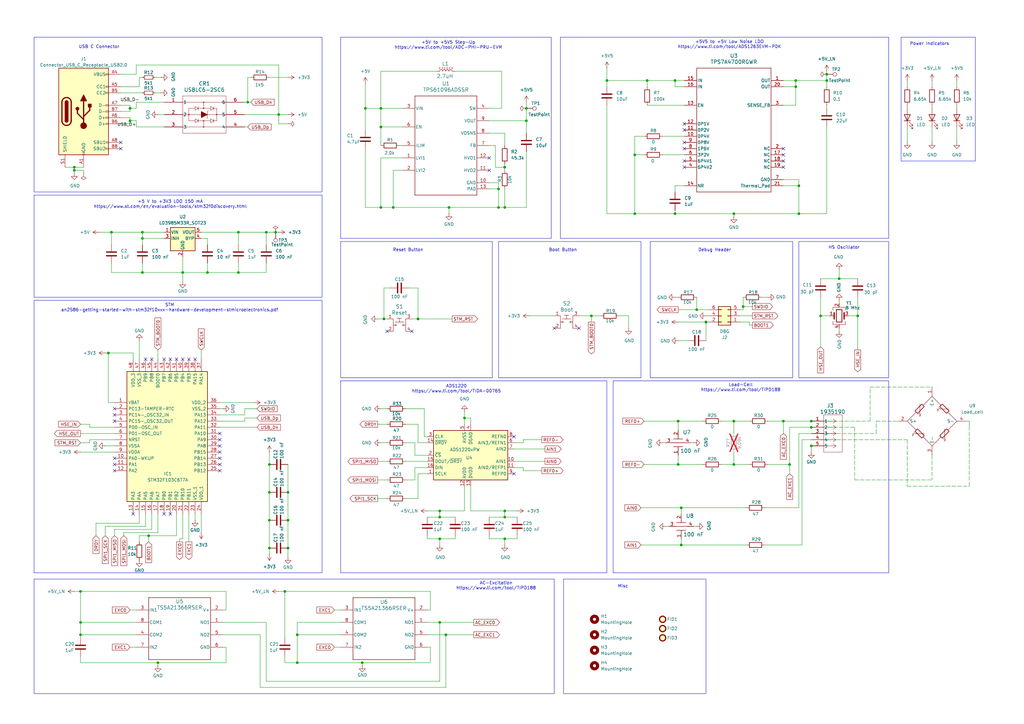
<source format=kicad_sch>
(kicad_sch (version 20231120) (generator "eeschema") (generator_version "8.0")
  (paper "A3")
  (junction (at 327.66 76.2))
  (junction (at 58.42 95.25))
  (junction (at 110.49 190.5))
  (junction (at 332.74 172.72))
  (junction (at 260.35 63.5))
  (junction (at 161.29 85.09))
  (junction (at 180.34 212.09))
  (junction (at 156.21 52.07))
  (junction (at 204.47 77.47))
  (junction (at 289.56 132.08))
  (junction (at 180.34 220.98))
  (junction (at 260.35 87.63))
  (junction (at 110.49 213.36))
  (junction (at 109.22 95.25))
  (junction (at 53.34 44.45))
  (junction (at 121.92 271.78))
  (junction (at 339.09 30.48))
  (junction (at 110.49 201.93))
  (junction (at 171.45 130.81))
  (junction (at 276.86 87.63))
  (junction (at 204.47 85.09))
  (junction (at 44.45 144.78))
  (junction (at 113.03 95.25))
  (junction (at 156.21 44.45))
  (junction (at 242.57 129.54))
  (junction (at 149.86 44.45))
  (junction (at 278.13 172.72))
  (junction (at 339.09 33.02))
  (junction (at 60.96 219.71))
  (junction (at 180.34 255.27))
  (junction (at 265.43 33.02))
  (junction (at 116.84 242.57))
  (junction (at 190.5 171.45))
  (junction (at 279.4 208.28))
  (junction (at 215.9 44.45))
  (junction (at 64.77 271.78))
  (junction (at 300.99 87.63))
  (junction (at 33.02 260.35))
  (junction (at 58.42 97.79))
  (junction (at 182.88 260.35))
  (junction (at 285.75 127))
  (junction (at 279.4 223.52))
  (junction (at 336.55 129.54))
  (junction (at 327.66 87.63))
  (junction (at 300.99 190.5))
  (junction (at 45.72 95.25))
  (junction (at 114.3 46.99))
  (junction (at 85.09 111.76))
  (junction (at 248.92 33.02))
  (junction (at 351.79 129.54))
  (junction (at 215.9 49.53))
  (junction (at 300.99 172.72))
  (junction (at 332.74 175.26))
  (junction (at 156.21 85.09))
  (junction (at 276.86 33.02))
  (junction (at 33.02 255.27))
  (junction (at 207.01 212.09))
  (junction (at 321.31 172.72))
  (junction (at 97.79 95.25))
  (junction (at 58.42 111.76))
  (junction (at 118.11 213.36))
  (junction (at 180.34 209.55))
  (junction (at 148.59 271.78))
  (junction (at 101.6 41.91))
  (junction (at 326.39 35.56))
  (junction (at 33.02 242.57))
  (junction (at 278.13 190.5))
  (junction (at 53.34 49.53))
  (junction (at 207.01 85.09))
  (junction (at 110.49 224.79))
  (junction (at 323.85 190.5))
  (junction (at 97.79 111.76))
  (junction (at 30.48 68.58))
  (junction (at 326.39 33.02))
  (junction (at 157.48 130.81))
  (junction (at 74.93 111.76))
  (junction (at 118.11 224.79))
  (junction (at 332.74 182.88))
  (junction (at 304.8 125.73))
  (junction (at 118.11 201.93))
  (junction (at 121.92 260.35))
  (junction (at 344.17 114.3))
  (junction (at 30.48 69.85))
  (junction (at 184.15 85.09))
  (junction (at 207.01 209.55))
  (junction (at 207.01 220.98))
  (junction (at 207.01 68.58))
  (no_connect (at 210.82 194.31))
  (no_connect (at 90.17 187.96))
  (no_connect (at 72.39 147.32))
  (no_connect (at 237.49 134.62))
  (no_connect (at 280.67 68.58))
  (no_connect (at 62.23 147.32))
  (no_connect (at 280.67 58.42))
  (no_connect (at 280.67 66.04))
  (no_connect (at 168.91 135.89))
  (no_connect (at 280.67 60.96))
  (no_connect (at 90.17 193.04))
  (no_connect (at 200.66 64.77))
  (no_connect (at 46.99 187.96))
  (no_connect (at 67.31 147.32))
  (no_connect (at 210.82 179.07))
  (no_connect (at 90.17 177.8))
  (no_connect (at 49.53 60.96))
  (no_connect (at 74.93 147.32))
  (no_connect (at 90.17 185.42))
  (no_connect (at 77.47 147.32))
  (no_connect (at 46.99 190.5))
  (no_connect (at 46.99 167.64))
  (no_connect (at 80.01 147.32))
  (no_connect (at 321.31 68.58))
  (no_connect (at 321.31 60.96))
  (no_connect (at 46.99 170.18))
  (no_connect (at 280.67 53.34))
  (no_connect (at 90.17 190.5))
  (no_connect (at 90.17 180.34))
  (no_connect (at 90.17 182.88))
  (no_connect (at 54.61 210.82))
  (no_connect (at 321.31 66.04))
  (no_connect (at 46.99 172.72))
  (no_connect (at 67.31 210.82))
  (no_connect (at 49.53 58.42))
  (no_connect (at 69.85 147.32))
  (no_connect (at 200.66 69.85))
  (no_connect (at 46.99 193.04))
  (no_connect (at 69.85 210.82))
  (no_connect (at 227.33 134.62))
  (no_connect (at 321.31 63.5))
  (no_connect (at 59.69 147.32))
  (no_connect (at 158.75 135.89))
  (no_connect (at 280.67 50.8))
  (wire (pts (xy 33.02 261.62) (xy 33.02 260.35)))
  (wire (pts (xy 200.66 54.61) (xy 207.01 54.61)))
  (wire (pts (xy 149.86 44.45) (xy 156.21 44.45)))
  (wire (pts (xy 62.23 217.17) (xy 62.23 210.82)))
  (wire (pts (xy 397.51 172.72) (xy 397.51 175.26)))
  (wire (pts (xy 165.1 64.77) (xy 156.21 64.77)))
  (wire (pts (xy 180.34 255.27) (xy 194.31 255.27)))
  (wire (pts (xy 210.82 181.61) (xy 214.63 181.61)))
  (wire (pts (xy 170.18 186.69) (xy 175.26 186.69)))
  (wire (pts (xy 347.98 129.54) (xy 351.79 129.54)))
  (wire (pts (xy 300.99 190.5) (xy 300.99 185.42)))
  (wire (pts (xy 372.11 52.07) (xy 372.11 58.42)))
  (wire (pts (xy 106.68 281.94) (xy 182.88 281.94)))
  (wire (pts (xy 276.86 35.56) (xy 276.86 33.02)))
  (wire (pts (xy 53.34 265.43) (xy 55.88 265.43)))
  (wire (pts (xy 82.55 143.51) (xy 82.55 147.32)))
  (wire (pts (xy 359.41 177.8) (xy 359.41 172.72)) (stroke (width 0) (type dash)))
  (wire (pts (xy 154.94 204.47) (xy 158.75 204.47)))
  (wire (pts (xy 321.31 33.02) (xy 326.39 33.02)))
  (wire (pts (xy 100.33 171.45) (xy 105.41 171.45)))
  (wire (pts (xy 344.17 114.3) (xy 351.79 114.3)))
  (wire (pts (xy 327.66 76.2) (xy 327.66 87.63)))
  (wire (pts (xy 321.31 76.2) (xy 327.66 76.2)))
  (wire (pts (xy 156.21 52.07) (xy 165.1 52.07)))
  (wire (pts (xy 64.77 46.99) (xy 67.31 46.99)))
  (wire (pts (xy 327.66 208.28) (xy 327.66 177.8)))
  (wire (pts (xy 157.48 118.11) (xy 157.48 130.81)))
  (wire (pts (xy 53.34 43.18) (xy 53.34 44.45)))
  (wire (pts (xy 33.02 269.24) (xy 33.02 271.78)))
  (wire (pts (xy 280.67 76.2) (xy 276.86 76.2)))
  (wire (pts (xy 262.89 223.52) (xy 279.4 223.52)))
  (wire (pts (xy 85.09 111.76) (xy 74.93 111.76)))
  (wire (pts (xy 77.47 210.82) (xy 77.47 222.25)))
  (wire (pts (xy 332.74 182.88) (xy 335.28 182.88)))
  (wire (pts (xy 137.16 250.19) (xy 139.7 250.19)))
  (wire (pts (xy 214.63 193.04) (xy 222.25 193.04)))
  (wire (pts (xy 49.53 43.18) (xy 53.34 43.18)))
  (wire (pts (xy 334.01 177.8) (xy 359.41 177.8)) (stroke (width 0) (type dash)))
  (wire (pts (xy 242.57 129.54) (xy 246.38 129.54)))
  (wire (pts (xy 53.34 44.45) (xy 53.34 45.72)))
  (wire (pts (xy 207.01 77.47) (xy 207.01 85.09)))
  (wire (pts (xy 53.34 250.19) (xy 55.88 250.19)))
  (wire (pts (xy 175.26 255.27) (xy 180.34 255.27)))
  (wire (pts (xy 33.02 255.27) (xy 33.02 242.57)))
  (wire (pts (xy 156.21 181.61) (xy 158.75 181.61)))
  (wire (pts (xy 90.17 165.1) (xy 104.14 165.1)))
  (wire (pts (xy 200.66 74.93) (xy 204.47 74.93)))
  (wire (pts (xy 176.53 271.78) (xy 148.59 271.78)))
  (wire (pts (xy 156.21 44.45) (xy 165.1 44.45)))
  (wire (pts (xy 171.45 181.61) (xy 175.26 181.61)))
  (wire (pts (xy 328.93 180.34) (xy 332.74 180.34)))
  (wire (pts (xy 114.3 242.57) (xy 116.84 242.57)))
  (wire (pts (xy 339.09 87.63) (xy 327.66 87.63)))
  (wire (pts (xy 63.5 31.75) (xy 66.04 31.75)))
  (wire (pts (xy 46.99 217.17) (xy 62.23 217.17)))
  (wire (pts (xy 49.53 35.56) (xy 57.15 35.56)))
  (wire (pts (xy 110.49 185.42) (xy 110.49 190.5)))
  (wire (pts (xy 92.71 250.19) (xy 92.71 242.57)))
  (wire (pts (xy 314.96 121.92) (xy 312.42 121.92)))
  (wire (pts (xy 180.34 223.52) (xy 180.34 220.98)))
  (wire (pts (xy 217.17 129.54) (xy 227.33 129.54)))
  (wire (pts (xy 307.34 133.35) (xy 308.61 133.35)))
  (wire (pts (xy 180.34 255.27) (xy 180.34 279.4)))
  (wire (pts (xy 171.45 118.11) (xy 171.45 130.81)))
  (wire (pts (xy 180.34 220.98) (xy 175.26 220.98)))
  (wire (pts (xy 168.91 130.81) (xy 171.45 130.81)))
  (wire (pts (xy 182.88 260.35) (xy 182.88 281.94)))
  (wire (pts (xy 300.99 87.63) (xy 276.86 87.63)))
  (wire (pts (xy 300.99 87.63) (xy 300.99 88.9)))
  (wire (pts (xy 43.18 182.88) (xy 46.99 182.88)))
  (wire (pts (xy 314.96 190.5) (xy 323.85 190.5)))
  (wire (pts (xy 53.34 50.8) (xy 49.53 50.8)))
  (wire (pts (xy 58.42 97.79) (xy 58.42 100.33)))
  (wire (pts (xy 265.43 43.18) (xy 280.67 43.18)))
  (wire (pts (xy 45.72 95.25) (xy 58.42 95.25)))
  (wire (pts (xy 326.39 33.02) (xy 339.09 33.02)))
  (wire (pts (xy 300.99 172.72) (xy 307.34 172.72)))
  (wire (pts (xy 110.49 190.5) (xy 110.49 201.93)))
  (wire (pts (xy 55.88 41.91) (xy 55.88 44.45)))
  (wire (pts (xy 207.01 220.98) (xy 207.01 223.52)))
  (wire (pts (xy 339.09 30.48) (xy 339.09 33.02)))
  (wire (pts (xy 30.48 69.85) (xy 30.48 71.12)))
  (wire (pts (xy 166.37 204.47) (xy 171.45 204.47)))
  (wire (pts (xy 264.16 190.5) (xy 278.13 190.5)))
  (wire (pts (xy 64.77 271.78) (xy 64.77 273.05)))
  (wire (pts (xy 327.66 177.8) (xy 332.74 177.8)))
  (wire (pts (xy 57.15 35.56) (xy 57.15 31.75)))
  (wire (pts (xy 215.9 41.91) (xy 215.9 44.45)))
  (wire (pts (xy 173.99 167.64) (xy 173.99 179.07)))
  (wire (pts (xy 200.66 59.69) (xy 203.2 59.69)))
  (wire (pts (xy 90.17 172.72) (xy 100.33 172.72)))
  (wire (pts (xy 53.34 49.53) (xy 53.34 50.8)))
  (wire (pts (xy 175.26 260.35) (xy 182.88 260.35)))
  (wire (pts (xy 300.99 190.5) (xy 307.34 190.5)))
  (wire (pts (xy 321.31 43.18) (xy 326.39 43.18)))
  (wire (pts (xy 396.24 172.72) (xy 397.51 172.72)))
  (wire (pts (xy 285.75 121.92) (xy 285.75 127)))
  (wire (pts (xy 154.94 196.85) (xy 158.75 196.85)))
  (wire (pts (xy 121.92 271.78) (xy 116.84 271.78)))
  (wire (pts (xy 278.13 139.7) (xy 281.94 139.7)))
  (wire (pts (xy 359.41 172.72) (xy 368.3 172.72)) (stroke (width 0) (type dash)))
  (wire (pts (xy 49.53 38.1) (xy 58.42 38.1)))
  (wire (pts (xy 73.66 220.98) (xy 74.93 220.98)))
  (wire (pts (xy 278.13 172.72) (xy 288.29 172.72)))
  (wire (pts (xy 139.7 255.27) (xy 121.92 255.27)))
  (wire (pts (xy 116.84 242.57) (xy 116.84 261.62)))
  (wire (pts (xy 273.05 215.9) (xy 274.32 215.9)))
  (wire (pts (xy 190.5 199.39) (xy 190.5 209.55)))
  (wire (pts (xy 336.55 114.3) (xy 344.17 114.3)))
  (wire (pts (xy 392.43 35.56) (xy 392.43 33.02)))
  (wire (pts (xy 118.11 50.8) (xy 114.3 50.8)))
  (wire (pts (xy 116.84 269.24) (xy 116.84 271.78)))
  (wire (pts (xy 100.33 167.64) (xy 105.41 167.64)))
  (wire (pts (xy 193.04 209.55) (xy 207.01 209.55)))
  (wire (pts (xy 260.35 63.5) (xy 264.16 63.5)))
  (wire (pts (xy 214.63 191.77) (xy 214.63 193.04)))
  (wire (pts (xy 193.04 171.45) (xy 190.5 171.45)))
  (wire (pts (xy 339.09 43.18) (xy 339.09 44.45)))
  (wire (pts (xy 100.33 52.07) (xy 101.6 52.07)))
  (wire (pts (xy 242.57 129.54) (xy 242.57 132.08)))
  (wire (pts (xy 210.82 191.77) (xy 214.63 191.77)))
  (wire (pts (xy 307.34 133.35) (xy 307.34 132.08)))
  (wire (pts (xy 59.69 215.9) (xy 59.69 210.82)))
  (wire (pts (xy 33.02 177.8) (xy 46.99 177.8)))
  (wire (pts (xy 186.69 219.71) (xy 186.69 220.98)))
  (wire (pts (xy 205.74 44.45) (xy 200.66 44.45)))
  (wire (pts (xy 148.59 271.78) (xy 121.92 271.78)))
  (wire (pts (xy 109.22 107.95) (xy 109.22 111.76)))
  (wire (pts (xy 154.94 130.81) (xy 157.48 130.81)))
  (wire (pts (xy 50.8 218.44) (xy 64.77 218.44)))
  (wire (pts (xy 74.93 210.82) (xy 74.93 220.98)))
  (wire (pts (xy 176.53 250.19) (xy 176.53 242.57)))
  (wire (pts (xy 214.63 180.34) (xy 222.25 180.34)))
  (wire (pts (xy 200.66 212.09) (xy 207.01 212.09)))
  (wire (pts (xy 260.35 63.5) (xy 260.35 87.63)))
  (wire (pts (xy 63.5 38.1) (xy 66.04 38.1)))
  (wire (pts (xy 57.15 222.25) (xy 57.15 219.71)))
  (wire (pts (xy 278.13 176.53) (xy 278.13 172.72)))
  (wire (pts (xy 67.31 97.79) (xy 58.42 97.79)))
  (wire (pts (xy 207.01 85.09) (xy 204.47 85.09)))
  (wire (pts (xy 118.11 201.93) (xy 118.11 190.5)))
  (wire (pts (xy 57.15 31.75) (xy 58.42 31.75)))
  (wire (pts (xy 90.17 175.26) (xy 105.41 175.26)))
  (wire (pts (xy 214.63 180.34) (xy 214.63 181.61)))
  (wire (pts (xy 207.01 54.61) (xy 207.01 59.69)))
  (wire (pts (xy 109.22 95.25) (xy 97.79 95.25)))
  (wire (pts (xy 279.4 220.98) (xy 279.4 223.52)))
  (wire (pts (xy 33.02 242.57) (xy 92.71 242.57)))
  (wire (pts (xy 67.31 52.07) (xy 55.88 52.07)))
  (wire (pts (xy 82.55 95.25) (xy 97.79 95.25)))
  (wire (pts (xy 321.31 73.66) (xy 327.66 73.66)))
  (wire (pts (xy 332.74 175.26) (xy 323.85 175.26)))
  (wire (pts (xy 171.45 194.31) (xy 171.45 204.47)))
  (wire (pts (xy 110.49 213.36) (xy 110.49 224.79)))
  (wire (pts (xy 58.42 95.25) (xy 58.42 97.79)))
  (wire (pts (xy 328.93 223.52) (xy 328.93 180.34)))
  (wire (pts (xy 321.31 172.72) (xy 332.74 172.72)))
  (wire (pts (xy 118.11 213.36) (xy 118.11 224.79)))
  (wire (pts (xy 82.55 97.79) (xy 85.09 97.79)))
  (wire (pts (xy 121.92 260.35) (xy 121.92 271.78)))
  (wire (pts (xy 175.26 212.09) (xy 180.34 212.09)))
  (wire (pts (xy 179.07 29.21) (xy 156.21 29.21)))
  (wire (pts (xy 327.66 87.63) (xy 300.99 87.63)))
  (wire (pts (xy 215.9 49.53) (xy 215.9 54.61)))
  (wire (pts (xy 289.56 132.08) (xy 289.56 139.7)))
  (wire (pts (xy 109.22 95.25) (xy 113.03 95.25)))
  (wire (pts (xy 64.77 218.44) (xy 64.77 210.82)))
  (wire (pts (xy 207.01 209.55) (xy 212.09 209.55)))
  (wire (pts (xy 44.45 144.78) (xy 54.61 144.78)))
  (wire (pts (xy 49.53 48.26) (xy 53.34 48.26)))
  (wire (pts (xy 39.37 214.63) (xy 57.15 214.63)))
  (wire (pts (xy 207.01 68.58) (xy 207.01 69.85)))
  (wire (pts (xy 30.48 68.58) (xy 30.48 69.85)))
  (wire (pts (xy 100.33 171.45) (xy 100.33 172.72)))
  (wire (pts (xy 74.93 111.76) (xy 74.93 115.57)))
  (wire (pts (xy 350.52 196.85) (xy 382.27 196.85)) (stroke (width 0) (type dash)))
  (wire (pts (xy 113.03 95.25) (xy 114.3 95.25)))
  (wire (pts (xy 109.22 100.33) (xy 109.22 95.25)))
  (wire (pts (xy 265.43 33.02) (xy 265.43 35.56)))
  (wire (pts (xy 265.43 33.02) (xy 276.86 33.02)))
  (wire (pts (xy 190.5 171.45) (xy 190.5 173.99)))
  (wire (pts (xy 215.9 62.23) (xy 215.9 85.09)))
  (wire (pts (xy 166.37 167.64) (xy 173.99 167.64)))
  (wire (pts (xy 74.93 111.76) (xy 58.42 111.76)))
  (wire (pts (xy 207.01 67.31) (xy 207.01 68.58)))
  (wire (pts (xy 161.29 69.85) (xy 161.29 85.09)))
  (wire (pts (xy 60.96 219.71) (xy 60.96 222.25)))
  (wire (pts (xy 304.8 127) (xy 303.53 127)))
  (wire (pts (xy 149.86 53.34) (xy 149.86 44.45)))
  (wire (pts (xy 248.92 87.63) (xy 260.35 87.63)))
  (wire (pts (xy 46.99 219.71) (xy 46.99 217.17)))
  (wire (pts (xy 295.91 172.72) (xy 300.99 172.72)))
  (wire (pts (xy 215.9 44.45) (xy 215.9 49.53)))
  (wire (pts (xy 278.13 127) (xy 285.75 127)))
  (wire (pts (xy 180.34 220.98) (xy 186.69 220.98)))
  (wire (pts (xy 203.2 59.69) (xy 203.2 68.58)))
  (wire (pts (xy 205.74 29.21) (xy 205.74 44.45)))
  (wire (pts (xy 57.15 214.63) (xy 57.15 210.82)))
  (wire (pts (xy 184.15 85.09) (xy 204.47 85.09)))
  (wire (pts (xy 154.94 173.99) (xy 158.75 173.99)))
  (wire (pts (xy 207.01 220.98) (xy 212.09 220.98)))
  (wire (pts (xy 97.79 111.76) (xy 85.09 111.76)))
  (wire (pts (xy 49.53 45.72) (xy 53.34 45.72)))
  (wire (pts (xy 109.22 279.4) (xy 180.34 279.4)))
  (wire (pts (xy 283.21 181.61) (xy 284.48 181.61)))
  (wire (pts (xy 175.26 209.55) (xy 180.34 209.55)))
  (wire (pts (xy 190.5 209.55) (xy 180.34 209.55)))
  (wire (pts (xy 260.35 87.63) (xy 276.86 87.63)))
  (wire (pts (xy 156.21 167.64) (xy 158.75 167.64)))
  (wire (pts (xy 280.67 35.56) (xy 276.86 35.56)))
  (wire (pts (xy 175.26 265.43) (xy 176.53 265.43)))
  (wire (pts (xy 279.4 208.28) (xy 306.07 208.28)))
  (wire (pts (xy 161.29 85.09) (xy 184.15 85.09)))
  (wire (pts (xy 149.86 85.09) (xy 149.86 60.96)))
  (wire (pts (xy 304.8 121.92) (xy 304.8 125.73)))
  (wire (pts (xy 55.88 49.53) (xy 53.34 49.53)))
  (wire (pts (xy 257.81 129.54) (xy 257.81 134.62)))
  (wire (pts (xy 36.83 180.34) (xy 46.99 180.34)))
  (wire (pts (xy 271.78 181.61) (xy 273.05 181.61)))
  (wire (pts (xy 288.29 190.5) (xy 278.13 190.5)))
  (wire (pts (xy 58.42 111.76) (xy 58.42 107.95)))
  (wire (pts (xy 372.11 180.34) (xy 372.11 199.39)) (stroke (width 0) (type dash)))
  (wire (pts (xy 264.16 172.72) (xy 278.13 172.72)))
  (wire (pts (xy 323.85 190.5) (xy 323.85 194.31)))
  (wire (pts (xy 114.3 46.99) (xy 118.11 46.99)))
  (wire (pts (xy 344.17 123.19) (xy 344.17 124.46)))
  (wire (pts (xy 43.18 215.9) (xy 43.18 219.71)))
  (wire (pts (xy 279.4 210.82) (xy 279.4 208.28)))
  (wire (pts (xy 351.79 121.92) (xy 351.79 129.54)))
  (wire (pts (xy 40.64 95.25) (xy 45.72 95.25)))
  (wire (pts (xy 210.82 189.23) (xy 223.52 189.23)))
  (wire (pts (xy 339.09 52.07) (xy 339.09 87.63)))
  (wire (pts (xy 72.39 210.82) (xy 72.39 219.71)))
  (wire (pts (xy 278.13 186.69) (xy 278.13 190.5)))
  (wire (pts (xy 207.01 212.09) (xy 212.09 212.09)))
  (wire (pts (xy 207.01 209.55) (xy 207.01 212.09)))
  (wire (pts (xy 200.66 49.53) (xy 215.9 49.53)))
  (wire (pts (xy 200.66 220.98) (xy 207.01 220.98)))
  (wire (pts (xy 85.09 107.95) (xy 85.09 111.76)))
  (wire (pts (xy 110.49 31.75) (xy 118.11 31.75)))
  (wire (pts (xy 271.78 55.88) (xy 280.67 55.88)))
  (wire (pts (xy 154.94 189.23) (xy 158.75 189.23)))
  (wire (pts (xy 284.48 215.9) (xy 285.75 215.9)))
  (wire (pts (xy 163.83 59.69) (xy 165.1 59.69)))
  (wire (pts (xy 50.8 219.71) (xy 50.8 218.44)))
  (wire (pts (xy 45.72 100.33) (xy 45.72 95.25)))
  (wire (pts (xy 166.37 196.85) (xy 170.18 196.85)))
  (wire (pts (xy 101.6 31.75) (xy 101.6 41.91)))
  (wire (pts (xy 43.18 144.78) (xy 44.45 144.78)))
  (wire (pts (xy 74.93 105.41) (xy 74.93 111.76)))
  (wire (pts (xy 36.83 175.26) (xy 46.99 175.26)))
  (wire (pts (xy 118.11 201.93) (xy 118.11 213.36)))
  (wire (pts (xy 171.45 194.31) (xy 175.26 194.31)))
  (wire (pts (xy 289.56 129.54) (xy 290.83 129.54)))
  (wire (pts (xy 109.22 255.27) (xy 109.22 279.4)))
  (wire (pts (xy 313.69 223.52) (xy 328.93 223.52)))
  (wire (pts (xy 165.1 69.85) (xy 161.29 69.85)))
  (wire (pts (xy 207.01 85.09) (xy 215.9 85.09)))
  (wire (pts (xy 106.68 260.35) (xy 106.68 281.94)))
  (wire (pts (xy 382.27 35.56) (xy 382.27 33.02)))
  (wire (pts (xy 91.44 255.27) (xy 109.22 255.27)))
  (wire (pts (xy 336.55 129.54) (xy 336.55 142.24)))
  (wire (pts (xy 33.02 260.35) (xy 33.02 255.27)))
  (wire (pts (xy 308.61 125.73) (xy 304.8 125.73)))
  (wire (pts (xy 64.77 143.51) (xy 64.77 147.32)))
  (wire (pts (xy 118.11 224.79) (xy 118.11 228.6)))
  (wire (pts (xy 57.15 139.7) (xy 57.15 147.32)))
  (wire (pts (xy 97.79 95.25) (xy 97.79 100.33)))
  (wire (pts (xy 351.79 143.51) (xy 351.79 129.54)))
  (wire (pts (xy 332.74 175.26) (xy 350.52 175.26)) (stroke (width 0) (type dash)))
  (wire (pts (xy 248.92 35.56) (xy 248.92 33.02)))
  (wire (pts (xy 49.53 30.48) (xy 55.88 30.48)))
  (wire (pts (xy 307.34 132.08) (xy 303.53 132.08)))
  (wire (pts (xy 85.09 97.79) (xy 85.09 100.33)))
  (wire (pts (xy 180.34 212.09) (xy 186.69 212.09)))
  (wire (pts (xy 30.48 242.57) (xy 33.02 242.57)))
  (wire (pts (xy 90.17 167.64) (xy 91.44 167.64)))
  (wire (pts (xy 33.02 255.27) (xy 55.88 255.27)))
  (wire (pts (xy 314.96 172.72) (xy 321.31 172.72)))
  (wire (pts (xy 182.88 260.35) (xy 194.31 260.35)))
  (wire (pts (xy 321.31 172.72) (xy 321.31 177.8)))
  (wire (pts (xy 278.13 132.08) (xy 289.56 132.08)))
  (wire (pts (xy 43.18 215.9) (xy 59.69 215.9)))
  (wire (pts (xy 300.99 172.72) (xy 300.99 177.8)))
  (wire (pts (xy 200.66 77.47) (xy 204.47 77.47)))
  (wire (pts (xy 260.35 55.88) (xy 260.35 63.5)))
  (wire (pts (xy 170.18 196.85) (xy 170.18 191.77)))
  (wire (pts (xy 193.04 199.39) (xy 193.04 209.55)))
  (wire (pts (xy 285.75 127) (xy 290.83 127)))
  (wire (pts (xy 264.16 55.88) (xy 260.35 55.88)))
  (wire (pts (xy 313.69 208.28) (xy 327.66 208.28)))
  (wire (pts (xy 55.88 52.07) (xy 55.88 49.53)))
  (wire (pts (xy 46.99 185.42) (xy 33.02 185.42)))
  (wire (pts (xy 148.59 271.78) (xy 148.59 273.05)))
  (wire (pts (xy 156.21 52.07) (xy 156.21 59.69)))
  (wire (pts (xy 323.85 175.26) (xy 323.85 190.5)))
  (wire (pts (xy 110.49 201.93) (xy 110.49 213.36)))
  (wire (pts (xy 149.86 34.29) (xy 149.86 44.45)))
  (wire (pts (xy 121.92 255.27) (xy 121.92 260.35)))
  (wire (pts (xy 210.82 184.15) (xy 223.52 184.15)))
  (wire (pts (xy 326.39 35.56) (xy 326.39 33.02)))
  (wire (pts (xy 397.51 199.39) (xy 397.51 175.26)) (stroke (width 0) (type dash)))
  (wire (pts (xy 186.69 29.21) (xy 205.74 29.21)))
  (wire (pts (xy 171.45 173.99) (xy 171.45 181.61)))
  (wire (pts (xy 114.3 46.99) (xy 100.33 46.99)))
  (wire (pts (xy 92.71 271.78) (xy 64.77 271.78)))
  (wire (pts (xy 101.6 31.75) (xy 102.87 31.75)))
  (wire (pts (xy 171.45 173.99) (xy 166.37 173.99)))
  (wire (pts (xy 344.17 110.49) (xy 344.17 114.3)))
  (wire (pts (xy 171.45 130.81) (xy 185.42 130.81)))
  (wire (pts (xy 91.44 265.43) (xy 92.71 265.43)))
  (wire (pts (xy 190.5 168.91) (xy 190.5 171.45)))
  (wire (pts (xy 173.99 179.07) (xy 175.26 179.07)))
  (wire (pts (xy 336.55 129.54) (xy 340.36 129.54)))
  (wire (pts (xy 204.47 74.93) (xy 204.47 77.47)))
  (wire (pts (xy 114.3 50.8) (xy 114.3 46.99)))
  (wire (pts (xy 53.34 48.26) (xy 53.34 49.53)))
  (wire (pts (xy 82.55 210.82) (xy 82.55 218.44)))
  (wire (pts (xy 203.2 68.58) (xy 207.01 68.58)))
  (wire (pts (xy 332.74 182.88) (xy 332.74 185.42)))
  (wire (pts (xy 339.09 33.02) (xy 339.09 35.56)))
  (wire (pts (xy 170.18 181.61) (xy 170.18 186.69)))
  (wire (pts (xy 276.86 121.92) (xy 278.13 121.92)))
  (wire (pts (xy 64.77 271.78) (xy 33.02 271.78)))
  (wire (pts (xy 204.47 77.47) (xy 204.47 85.09)))
  (wire (pts (xy 156.21 64.77) (xy 156.21 85.09)))
  (wire (pts (xy 92.71 265.43) (xy 92.71 271.78)))
  (wire (pts (xy 382.27 52.07) (xy 382.27 58.42)))
  (wire (pts (xy 46.99 165.1) (xy 44.45 165.1)))
  (wire (pts (xy 156.21 29.21) (xy 156.21 44.45)))
  (wire (pts (xy 166.37 181.61) (xy 170.18 181.61)))
  (wire (pts (xy 382.27 186.69) (xy 382.27 196.85)) (stroke (width 0) (type dash)))
  (wire (pts (xy 327.66 73.66) (xy 327.66 76.2)))
  (wire (pts (xy 33.02 173.99) (xy 36.83 173.99)))
  (wire (pts (xy 60.96 219.71) (xy 72.39 219.71)))
  (wire (pts (xy 45.72 111.76) (xy 58.42 111.76)))
  (wire (pts (xy 90.17 170.18) (xy 100.33 170.18)))
  (wire (pts (xy 382.27 43.18) (xy 382.27 44.45)))
  (wire (pts (xy 157.48 130.81) (xy 158.75 130.81)))
  (wire (pts (xy 344.17 134.62) (xy 344.17 135.89)))
  (wire (pts (xy 326.39 43.18) (xy 326.39 35.56)))
  (wire (pts (xy 110.49 227.33) (xy 110.49 224.79)))
  (wire (pts (xy 176.53 265.43) (xy 176.53 271.78)))
  (wire (pts (xy 170.18 191.77) (xy 175.26 191.77)))
  (wire (pts (xy 392.43 43.18) (xy 392.43 44.45)))
  (wire (pts (xy 26.67 68.58) (xy 30.48 68.58)))
  (wire (pts (xy 36.83 173.99) (xy 36.83 175.26)))
  (wire (pts (xy 200.66 220.98) (xy 200.66 219.71)))
  (wire (pts (xy 34.29 69.85) (xy 30.48 69.85)))
  (wire (pts (xy 55.88 30.48) (xy 55.88 26.67)))
  (wire (pts (xy 248.92 43.18) (xy 248.92 87.63)))
  (wire (pts (xy 33.02 260.35) (xy 55.88 260.35)))
  (wire (pts (xy 350.52 175.26) (xy 350.52 196.85)) (stroke (width 0) (type dash)))
  (wire (pts (xy 271.78 63.5) (xy 280.67 63.5)))
  (wire (pts (xy 55.88 44.45) (xy 53.34 44.45)))
  (wire (pts (xy 55.88 26.67) (xy 114.3 26.67)))
  (wire (pts (xy 248.92 33.02) (xy 265.43 33.02)))
  (wire (pts (xy 67.31 95.25) (xy 58.42 95.25)))
  (wire (pts (xy 304.8 125.73) (xy 304.8 127)))
  (wire (pts (xy 276.86 86.36) (xy 276.86 87.63)))
  (wire (pts (xy 336.55 121.92) (xy 336.55 129.54)))
  (wire (pts (xy 262.89 208.28) (xy 279.4 208.28)))
  (wire (pts (xy 102.87 41.91) (xy 101.6 41.91)))
  (wire (pts (xy 80.01 210.82) (xy 80.01 213.36)))
  (wire (pts (xy 339.09 29.21) (xy 339.09 30.48)))
  (wire (pts (xy 193.04 171.45) (xy 193.04 173.99)))
  (wire (pts (xy 372.11 199.39) (xy 397.51 199.39)) (stroke (width 0) (type dash)))
  (wire (pts (xy 114.3 26.67) (xy 114.3 46.99)))
  (wire (pts (xy 175.26 250.19) (xy 176.53 250.19)))
  (wire (pts (xy 372.11 35.56) (xy 372.11 33.02)))
  (wire (pts (xy 248.92 27.94) (xy 248.92 33.02)))
  (wire (pts (xy 295.91 190.5) (xy 300.99 190.5)))
  (wire (pts (xy 116.84 242.57) (xy 176.53 242.57)))
  (wire (pts (xy 279.4 223.52) (xy 306.07 223.52)))
  (wire (pts (xy 180.34 209.55) (xy 180.34 212.09)))
  (wire (pts (xy 175.26 219.71) (xy 175.26 220.98)))
  (wire (pts (xy 45.72 107.95) (xy 45.72 111.76)))
  (wire (pts (xy 332.74 172.72) (xy 356.87 172.72)) (stroke (width 0) (type dash)))
  (wire (pts (xy 91.44 260.35) (xy 106.68 260.35)))
  (wire (pts (xy 212.09 219.71) (xy 212.09 220.98)))
  (wire (pts (xy 55.88 41.91) (xy 67.31 41.91)))
  (wire (pts (xy 356.87 172.72) (xy 356.87 158.75)) (stroke (width 0) (type dash)))
  (wire (pts (xy 30.48 68.58) (xy 34.29 68.58)))
  (wire (pts (xy 276.86 33.02) (xy 280.67 33.02)))
  (wire (pts (xy 36.83 181.61) (xy 36.83 180.34)))
  (wire (pts (xy 237.49 129.54) (xy 242.57 129.54)))
  (wire (pts (xy 54.61 144.78) (xy 54.61 147.32)))
  (wire (pts (xy 303.53 129.54) (xy 308.61 129.54)))
  (wire (pts (xy 167.64 118.11) (xy 171.45 118.11)))
  (wire (pts (xy 121.92 260.35) (xy 139.7 260.35)))
  (wire (pts (xy 39.37 219.71) (xy 39.37 214.63)))
  (wire (pts (xy 97.79 107.95) (xy 97.79 111.76)))
  (wire (pts (xy 321.31 35.56) (xy 326.39 35.56)))
  (wire (pts (xy 149.86 85.09) (xy 156.21 85.09)))
  (wire (pts (xy 34.29 71.12) (xy 34.29 69.85)))
  (wire (pts (xy 372.11 43.18) (xy 372.11 44.45)))
  (wire (pts (xy 184.15 85.09) (xy 184.15 87.63)))
  (wire (pts (xy 289.56 132.08) (xy 290.83 132.08)))
  (wire (pts (xy 166.37 189.23) (xy 175.26 189.23)))
  (wire (pts (xy 334.01 180.34) (xy 372.11 180.34)) (stroke (width 0) (type dash)))
  (wire (pts (xy 57.15 219.71) (xy 60.96 219.71)))
  (wire (pts (xy 276.86 76.2) (xy 276.86 78.74)))
  (wire (pts (xy 156.21 44.45) (xy 156.21 52.07)))
  (wire (pts (xy 137.16 265.43) (xy 139.7 265.43)))
  (wire (pts (xy 101.6 41.91) (xy 100.33 41.91)))
  (wire (pts (xy 392.43 52.07) (xy 392.43 58.42)))
  (wire (pts (xy 44.45 165.1) (xy 44.45 144.78)))
  (wire (pts (xy 257.81 129.54) (xy 254 129.54)))
  (wire (pts (xy 91.44 250.19) (xy 92.71 250.19)))
  (wire (pts (xy 73.66 220.98) (xy 73.66 222.25)))
  (wire (pts (xy 356.87 158.75) (xy 382.27 158.75)) (stroke (width 0) (type dash)))
  (wire (pts (xy 156.21 85.09) (xy 161.29 85.09)))
  (wire (pts (xy 33.02 181.61) (xy 36.83 181.61)))
  (wire (pts (xy 109.22 111.76) (xy 97.79 111.76)))
  (wire (pts (xy 157.48 118.11) (xy 160.02 118.11)))
  (wire (pts (xy 100.33 170.18) (xy 100.33 167.64)))
  (rectangle (start 231.14 237.49) (end 289.56 284.48))
  (rectangle (start 139.7 15.24) (end 226.06 97.79))
  (rectangle (start 13.97 80.01) (end 132.08 121.92))
  (rectangle (start 139.7 156.21) (end 248.92 234.95))
  (rectangle (start 229.87 15.24) (end 364.49 97.79))
  (rectangle (start 327.66 99.06) (end 364.49 154.94))
  (rectangle (start 13.97 15.24) (end 132.08 78.74))
  (rectangle (start 13.97 123.19) (end 132.08 234.95))
  (rectangle (start 369.57 15.24) (end 400.05 66.04))
  (rectangle (start 266.7 99.06) (end 325.12 154.94))
  (rectangle (start 13.97 237.49) (end 227.33 284.48))
  (rectangle (start 204.47 99.06) (end 262.89 154.94))
  (rectangle (start 139.7 99.06) (end 201.93 154.94))
  (rectangle (start 251.46 156.21) (end 364.49 234.95))
  (text "Reset Button" (at 167.386 102.616 0) (effects (font (size 1.27 1.27))))
  (text "Load-Cell\nhttps://www.ti.com/tool/TIPD188" (at 303.784 159.004 0) (effects (font (size 1.27 1.27))))
  (text "Boot Button" (at 230.886 102.616 0) (effects (font (size 1.27 1.27))))
  (text "+5V to +5V5 Step-Up\nhttps://www.ti.com/tool/ADC-PHI-PRU-EVM" (at 183.896 18.542 0) (effects (font (size 1.27 1.27))))
  (text "USB C Connector" (at 40.64 19.304 0) (effects (font (size 1.27 1.27))))
  (text "Misc\n" (at 255.524 240.538 0) (effects (font (size 1.27 1.27))))
  (text "ADS1220\nhttps://www.ti.com/tool/TIDA-00765" (at 187.198 159.512 0) (effects (font (size 1.27 1.27))))
  (text "+5V5 to +5V Low Noise LDO\nhttps://www.ti.com/tool/ADS1263EVM-PDK" (at 299.212 18.288 0) (effects (font (size 1.27 1.27))))
  (text "Debug Header" (at 293.116 102.616 0) (effects (font (size 1.27 1.27))))
  (text "STM\nan2586-getting-started-with-stm32f10xxx-hardware-development-stmicroelectronics.pdf" (at 69.596 126.238 0) (effects (font (size 1.27 1.27))))
  (text "Power Indicators" (at 381.254 18.034 0) (effects (font (size 1.27 1.27))))
  (text "HS Oscillator" (at 346.202 101.6 0) (effects (font (size 1.27 1.27))))
  (text "AC-Excitation\nhttps://www.ti.com/tool/TIPD188" (at 203.454 240.284 0) (effects (font (size 1.27 1.27))))
  (text "+5 V to +3V3 LDO 150 mA\nhttps://www.st.com/en/evaluation-tools/stm32f0discovery.html" (at 69.85 83.82 0) (effects (font (size 1.27 1.27))))
  (label "USB_D+" (at 55.88 52.07 180))
  (label "USB_D-" (at 57.15 41.91 180))
  (global_label "HSE_IN" (shape input) (at 33.02 173.99 180) (property "Intersheetrefs" "${INTERSHEET_REFS}" (effects (hide yes))))
  (global_label "STM_RST" (shape output) (at 308.61 129.54 0) (property "Intersheetrefs" "${INTERSHEET_REFS}" (effects (hide yes))))
  (global_label "HSE_IN" (shape output) (at 351.79 143.51 270) (property "Intersheetrefs" "${INTERSHEET_REFS}" (effects (hide yes))))
  (global_label "SWCLK" (shape input) (at 82.55 143.51 90) (property "Intersheetrefs" "${INTERSHEET_REFS}" (effects (hide yes))))
  (global_label "SPI1_MISO" (shape input) (at 46.99 219.71 270) (property "Intersheetrefs" "${INTERSHEET_REFS}" (effects (hide yes))))
  (global_label "BOOT1" (shape input) (at 60.96 222.25 270) (property "Intersheetrefs" "${INTERSHEET_REFS}" (effects (hide yes))))
  (global_label "SPI1_SCK" (shape input) (at 43.18 219.71 270) (property "Intersheetrefs" "${INTERSHEET_REFS}" (effects (hide yes))))
  (global_label "SWCLK" (shape output) (at 278.13 127 180) (property "Intersheetrefs" "${INTERSHEET_REFS}" (effects (hide yes))))
  (global_label "STM_RST" (shape input) (at 33.02 181.61 180) (property "Intersheetrefs" "${INTERSHEET_REFS}" (effects (hide yes))))
  (global_label "EXC1" (shape input) (at 53.34 265.43 180) (property "Intersheetrefs" "${INTERSHEET_REFS}" (effects (hide yes))))
  (global_label "HSE_OUT" (shape input) (at 336.55 142.24 270) (property "Intersheetrefs" "${INTERSHEET_REFS}" (effects (hide yes))))
  (global_label "REF0+" (shape output) (at 222.25 193.04 0) (property "Intersheetrefs" "${INTERSHEET_REFS}" (effects (hide yes))))
  (global_label "SPI1_SCK" (shape output) (at 154.94 204.47 180) (property "Intersheetrefs" "${INTERSHEET_REFS}" (effects (hide yes))))
  (global_label "USB_Dn" (shape input) (at 102.87 41.91 0) (property "Intersheetrefs" "${INTERSHEET_REFS}" (effects (hide yes))))
  (global_label "EXC0" (shape input) (at 53.34 250.19 180) (property "Intersheetrefs" "${INTERSHEET_REFS}" (effects (hide yes))))
  (global_label "SWDIO" (shape output) (at 308.61 125.73 0) (property "Intersheetrefs" "${INTERSHEET_REFS}" (effects (hide yes))))
  (global_label "AIN0" (shape input) (at 262.89 208.28 180) (property "Intersheetrefs" "${INTERSHEET_REFS}" (effects (hide yes))))
  (global_label "HSE_OUT" (shape output) (at 33.02 177.8 180) (property "Intersheetrefs" "${INTERSHEET_REFS}" (effects (hide yes))))
  (global_label "EXC0" (shape input) (at 137.16 265.43 180) (property "Intersheetrefs" "${INTERSHEET_REFS}" (effects (hide yes))))
  (global_label "AIN1" (shape input) (at 262.89 223.52 180) (property "Intersheetrefs" "${INTERSHEET_REFS}" (effects (hide yes))))
  (global_label "STM_BOOT0" (shape output) (at 242.57 132.08 270) (property "Intersheetrefs" "${INTERSHEET_REFS}" (effects (hide yes))))
  (global_label "REF0+" (shape input) (at 264.16 172.72 180) (property "Intersheetrefs" "${INTERSHEET_REFS}" (effects (hide yes))))
  (global_label "AIN1" (shape output) (at 223.52 184.15 0) (property "Intersheetrefs" "${INTERSHEET_REFS}" (effects (hide yes))))
  (global_label "SPI1_MISO" (shape output) (at 154.94 189.23 180) (property "Intersheetrefs" "${INTERSHEET_REFS}" (effects (hide yes))))
  (global_label "EXC0" (shape output) (at 73.66 222.25 270) (property "Intersheetrefs" "${INTERSHEET_REFS}" (effects (hide yes))))
  (global_label "AC_EXC0" (shape input) (at 321.31 177.8 270) (property "Intersheetrefs" "${INTERSHEET_REFS}" (effects (hide yes))))
  (global_label "STM_RST" (shape output) (at 185.42 130.81 0) (property "Intersheetrefs" "${INTERSHEET_REFS}" (effects (hide yes))))
  (global_label "REF0-" (shape output) (at 222.25 180.34 0) (property "Intersheetrefs" "${INTERSHEET_REFS}" (effects (hide yes))))
  (global_label "SPI1_MOSI" (shape output) (at 154.94 196.85 180) (property "Intersheetrefs" "${INTERSHEET_REFS}" (effects (hide yes))))
  (global_label "DRDY" (shape input) (at 39.37 219.71 270) (property "Intersheetrefs" "${INTERSHEET_REFS}" (effects (hide yes))))
  (global_label "AC_EXC0" (shape output) (at 194.31 255.27 0) (property "Intersheetrefs" "${INTERSHEET_REFS}" (effects (hide yes))))
  (global_label "AC_EXC1" (shape output) (at 194.31 260.35 0) (property "Intersheetrefs" "${INTERSHEET_REFS}" (effects (hide yes))))
  (global_label "REF0-" (shape input) (at 264.16 190.5 180) (property "Intersheetrefs" "${INTERSHEET_REFS}" (effects (hide yes))))
  (global_label "SWDIO" (shape input) (at 105.41 167.64 0) (property "Intersheetrefs" "${INTERSHEET_REFS}" (effects (hide yes))))
  (global_label "BOOT1" (shape output) (at 308.61 133.35 0) (property "Intersheetrefs" "${INTERSHEET_REFS}" (effects (hide yes))))
  (global_label "AC_EXC1" (shape input) (at 323.85 194.31 270) (property "Intersheetrefs" "${INTERSHEET_REFS}" (effects (hide yes))))
  (global_label "SPI1_MOSI" (shape input) (at 50.8 219.71 270) (property "Intersheetrefs" "${INTERSHEET_REFS}" (effects (hide yes))))
  (global_label "STM_BOOT0" (shape input) (at 64.77 143.51 90) (property "Intersheetrefs" "${INTERSHEET_REFS}" (effects (hide yes))))
  (global_label "USB_Dn" (shape input) (at 105.41 175.26 0) (property "Intersheetrefs" "${INTERSHEET_REFS}" (effects (hide yes))))
  (global_label "DRDY" (shape output) (at 154.94 173.99 180) (property "Intersheetrefs" "${INTERSHEET_REFS}" (effects (hide yes))))
  (global_label "EXC1" (shape output) (at 77.47 222.25 270) (property "Intersheetrefs" "${INTERSHEET_REFS}" (effects (hide yes))))
  (global_label "EXC1" (shape input) (at 137.16 250.19 180) (property "Intersheetrefs" "${INTERSHEET_REFS}" (effects (hide yes))))
  (global_label "USB_Dp" (shape input) (at 101.6 52.07 0) (property "Intersheetrefs" "${INTERSHEET_REFS}" (effects (hide yes))))
  (global_label "AIN0" (shape output) (at 223.52 189.23 0) (property "Intersheetrefs" "${INTERSHEET_REFS}" (effects (hide yes))))
  (global_label "USB_Dp" (shape input) (at 105.41 171.45 0) (property "Intersheetrefs" "${INTERSHEET_REFS}" (effects (hide yes))))
  (symbol (lib_id "ADC_Klipper_Board_v2:C") (at 114.3 201.93 90) (unit 1)
    (property "Reference" "C14" (at 113.03 199.644 0) (effects (justify left)))
    (property "Value" "100 nF" (at 115.57 199.644 0) (effects (justify left)))
    (property "Footprint" "Capacitor_SMD:C_0603_1608Metric" (effects (hide yes)))
    (property "Datasheet" "CC0603KRX7R7BB104" (effects (hide yes)))
    (property "Description" "Unpolarized capacitor" (effects (hide yes)))
    (property "Manufacturer" "Yageo" (effects (hide yes)))
    (property "LCSC" "C108079" (effects (hide yes)))
    (property "Manufacturer_Part_Number" "CC0603KRX7R7BB104" (effects (hide yes)))
  )
  (symbol (lib_id "ADC_Klipper_Board_v2:R") (at 265.43 39.37 0) (unit 1)
    (property "Reference" "R7" (at 267.97 38.0999 0) (effects (justify left)))
    (property "Value" "100k" (at 267.97 40.6399 0) (effects (justify left)))
    (property "Footprint" "Resistor_SMD:R_0603_1608Metric" (effects (hide yes)))
    (property "Datasheet" "RT0603FRE07100KL" (effects (hide yes)))
    (property "Description" "Resistor" (effects (hide yes)))
    (property "Manufacturer" "Yageo" (effects (hide yes)))
    (property "LCSC" "C728638" (effects (hide yes)))
    (property "Manufacturer_Part_Number" "RT0603FRE07100KL" (effects (hide yes)))
  )
  (symbol (lib_id "ADC_Klipper_Board_v2:GND") (at 57.15 229.87 0) (unit 1)
    (property "Reference" "#PWR019" (effects (hide yes)))
    (property "Value" "GND" (at 55.118 233.934 0) (effects (justify left)))
    (property "Description" "Power symbol creates a global label with name \"GND\" , ground" (effects (hide yes)))
  )
  (symbol (lib_id "ADC_Klipper_Board_v2:GND") (at 180.34 223.52 0) (unit 1)
    (property "Reference" "#PWR039" (effects (hide yes)))
    (property "Value" "GND" (at 178.562 228.6 0) (effects (justify left)))
    (property "Description" "Power symbol creates a global label with name \"GND\" , ground" (effects (hide yes)))
  )
  (symbol (lib_id "ADC_Klipper_Board_v2:GND") (at 300.99 88.9 0) (unit 1)
    (property "Reference" "#PWR08" (effects (hide yes)))
    (property "Value" "GND" (at 300.99 93.218 0))
    (property "Description" "Power symbol creates a global label with name \"GND\" , ground" (effects (hide yes)))
  )
  (symbol (lib_id "ADC_Klipper_Board_v2:R") (at 309.88 223.52 90) (unit 1)
    (property "Reference" "R29" (at 310.134 221.234 90))
    (property "Value" "47" (at 309.88 226.06 90))
    (property "Footprint" "Resistor_SMD:R_0603_1608Metric" (effects (hide yes)))
    (property "Datasheet" "CRCW060347R0FKEA" (effects (hide yes)))
    (property "Description" "Resistor" (effects (hide yes)))
    (property "Manufacturer" "Vishay" (effects (hide yes)))
    (property "LCSC" "C511383" (effects (hide yes)))
    (property "Manufacturer_Part_Number" "CRCW060347R0FKEA" (effects (hide yes)))
  )
  (symbol (lib_id "power:+5V_LN") (at 175.26 209.55 90) (unit 1)
    (property "Reference" "#PWR053" (effects (hide yes)))
    (property "Value" "+5V_LN" (at 171.45 209.5499 90) (effects (justify left)))
    (property "Description" "Power symbol creates a global label with name \"+5V_LN\"" (effects (hide yes)))
  )
  (symbol (lib_id "ADC_Klipper_Board_v2:R") (at 267.97 55.88 270) (unit 1)
    (property "Reference" "R8" (at 267.97 53.594 90))
    (property "Value" "0" (at 267.97 58.166 90))
    (property "Footprint" "Resistor_SMD:R_0603_1608Metric" (effects (hide yes)))
    (property "Datasheet" "RC0603JR-070RL" (effects (hide yes)))
    (property "Description" "Resistor" (effects (hide yes)))
    (property "Manufacturer" "Yageo" (effects (hide yes)))
    (property "LCSC" "C95177" (effects (hide yes)))
    (property "Manufacturer_Part_Number" "RC0603JR-070RL" (effects (hide yes)))
  )
  (symbol (lib_id "ADC_Klipper_Board_v2:GND") (at 156.21 181.61 270) (unit 1)
    (property "Reference" "#PWR035" (effects (hide yes)))
    (property "Value" "GND" (at 152.4 181.6099 90) (effects (justify right)))
    (property "Description" "Power symbol creates a global label with name \"GND\" , ground" (effects (hide yes)))
  )
  (symbol (lib_id "power:+5V_LN") (at 382.27 33.02 0) (unit 1)
    (property "Reference" "#PWR050" (effects (hide yes)))
    (property "Value" "+5V_LN" (at 382.27 27.94 0))
    (property "Description" "Power symbol creates a global label with name \"+5V_LN\"" (effects (hide yes)))
  )
  (symbol (lib_id "ADC_Klipper_Board_v2:R") (at 339.09 39.37 0) (unit 1)
    (property "Reference" "R10" (at 341.63 38.0999 0) (effects (justify left)))
    (property "Value" "0.1" (at 341.63 40.6399 0) (effects (justify left)))
    (property "Footprint" "Resistor_SMD:R_0603_1608Metric" (effects (hide yes)))
    (property "Datasheet" "UCR03EVPFLR100" (effects (hide yes)))
    (property "Description" "Resistor" (effects (hide yes)))
    (property "Manufacturer" "ROHM Semicon" (effects (hide yes)))
    (property "LCSC" "C880952" (effects (hide yes)))
    (property "Manufacturer_Part_Number" "UCR03EVPFLR100" (effects (hide yes)))
  )
  (symbol (lib_id "power:+5V") (at 149.86 34.29 0) (unit 1)
    (property "Reference" "#PWR06" (effects (hide yes)))
    (property "Value" "+5V" (at 149.86 29.21 0))
    (property "Description" "Power symbol creates a global label with name \"+5V\"" (effects (hide yes)))
  )
  (symbol (lib_id "ADC_Klipper_Board_v2:GND") (at 74.93 115.57 0) (unit 1)
    (property "Reference" "#PWR02" (effects (hide yes)))
    (property "Value" "GND" (at 74.93 119.38 0))
    (property "Description" "Power symbol creates a global label with name \"GND\" , ground" (effects (hide yes)))
  )
  (symbol (lib_id "ADC_Klipper_Board_v2:GND") (at 184.15 87.63 0) (unit 1)
    (property "Reference" "#PWR01" (effects (hide yes)))
    (property "Value" "GND" (at 184.15 91.948 0))
    (property "Description" "Power symbol creates a global label with name \"GND\" , ground" (effects (hide yes)))
  )
  (symbol (lib_id "power:PWR_FLAG") (at 339.09 30.48 90) (unit 1)
    (property "Reference" "#FLG05" (effects (hide yes)))
    (property "Value" "PWR_FLAG" (effects (hide yes)))
    (property "Description" "Special symbol for telling ERC where power comes from" (effects (hide yes)))
  )
  (symbol (lib_id "ADC_Klipper_Board_v2:GND") (at 332.74 185.42 0) (unit 1)
    (property "Reference" "#PWR046" (effects (hide yes)))
    (property "Value" "GND" (at 330.708 189.484 0) (effects (justify left)))
    (property "Description" "Power symbol creates a global label with name \"GND\" , ground" (effects (hide yes)))
  )
  (symbol (lib_id "ADC_Klipper_Board_v2:GND") (at 148.59 273.05 0) (unit 1)
    (property "Reference" "#PWR037" (effects (hide yes)))
    (property "Value" "GND" (at 146.558 276.86 0) (effects (justify left)))
    (property "Description" "Power symbol creates a global label with name \"GND\" , ground" (effects (hide yes)))
  )
  (symbol (lib_id "ADC_Klipper_Board_v2:GND") (at 190.5 168.91 180) (unit 1)
    (property "Reference" "#PWR040" (effects (hide yes)))
    (property "Value" "GND" (at 188.468 163.576 0) (effects (justify right)))
    (property "Description" "Power symbol creates a global label with name \"GND\" , ground" (effects (hide yes)))
  )
  (symbol (lib_id "power:+3V3") (at 110.49 185.42 0) (unit 1)
    (property "Reference" "#PWR013" (effects (hide yes)))
    (property "Value" "+3V3" (at 110.49 180.34 0))
    (property "Description" "Power symbol creates a global label with name \"+3V3\"" (effects (hide yes)))
  )
  (symbol (lib_id "ADC_Klipper_Board_v2:C") (at 97.79 104.14 0) (unit 1)
    (property "Reference" "C5" (at 101.6 102.8699 0) (effects (justify left)))
    (property "Value" "1uF" (at 101.6 105.4099 0) (effects (justify left)))
    (property "Footprint" "Capacitor_SMD:C_0603_1608Metric" (effects (hide yes)))
    (property "Datasheet" "GCJ188R71E105KA01D" (effects (hide yes)))
    (property "Description" "Unpolarized capacitor" (effects (hide yes)))
    (property "Manufacturer" "Murata" (effects (hide yes)))
    (property "LCSC" "C908553" (effects (hide yes)))
    (property "Manufacturer_Part_Number" "GCJ188R71E105KA01D" (effects (hide yes)))
  )
  (symbol (lib_id "ADC_Klipper_Board_v2:GND") (at 392.43 58.42 0) (unit 1)
    (property "Reference" "#PWR07" (effects (hide yes)))
    (property "Value" "GND" (at 392.43 63.5 0))
    (property "Description" "Power symbol creates a global label with name \"GND\" , ground" (effects (hide yes)))
  )
  (symbol (lib_id "ADC_Klipper_Board_v2:R") (at 372.11 39.37 0) (unit 1)
    (property "Reference" "R4" (at 374.65 38.0999 0) (effects (justify left)))
    (property "Value" "6.65k" (at 374.65 40.6399 0) (effects (justify left)))
    (property "Footprint" "Resistor_SMD:R_0603_1608Metric" (effects (hide yes)))
    (property "Datasheet" "AC0603FR-076K65L" (effects (hide yes)))
    (property "Description" "Resistor" (effects (hide yes)))
    (property "Manufacturer" "Yageo" (effects (hide yes)))
    (property "LCSC" "C228025" (effects (hide yes)))
    (property "Manufacturer_Part_Number" "AC0603FR-076K65L" (effects (hide yes)))
  )
  (symbol (lib_id "ADC_Klipper_Board_v2:R") (at 292.1 172.72 270) (unit 1)
    (property "Reference" "R25" (at 292.1 170.434 90))
    (property "Value" "0" (at 292.1 175.006 90))
    (property "Footprint" "Resistor_SMD:R_0603_1608Metric" (effects (hide yes)))
    (property "Datasheet" "RC0603JR-070RL" (effects (hide yes)))
    (property "Description" "Resistor" (effects (hide yes)))
    (property "Manufacturer" "Yageo" (effects (hide yes)))
    (property "LCSC" "C95177" (effects (hide yes)))
    (property "Manufacturer_Part_Number" "RC0603JR-070RL" (effects (hide yes)))
  )
  (symbol (lib_id "power:+5V") (at 40.64 95.25 90) (unit 1)
    (property "Reference" "#PWR09" (effects (hide yes)))
    (property "Value" "+5V" (at 36.83 95.2499 90) (effects (justify left)))
    (property "Description" "Power symbol creates a global label with name \"+5V\"" (effects (hide yes)))
  )
  (symbol (lib_id "ADC_Klipper_Board_v2:GND") (at 118.11 228.6 0) (unit 1)
    (property "Reference" "#PWR054" (effects (hide yes)))
    (property "Value" "GND" (at 116.078 232.664 0) (effects (justify left)))
    (property "Description" "Power symbol creates a global label with name \"GND\" , ground" (effects (hide yes)))
  )
  (symbol (lib_id "ADC_Klipper_Board_v2:C") (at 339.09 48.26 0) (unit 1)
    (property "Reference" "C10" (at 342.9 46.9899 0) (effects (justify left)))
    (property "Value" "22uF" (at 342.9 49.5299 0) (effects (justify left)))
    (property "Footprint" "Capacitor_SMD:C_1210_3225Metric" (effects (hide yes)))
    (property "Datasheet" "GRM32ER71E226KE15L" (effects (hide yes)))
    (property "Description" "Unpolarized capacitor" (effects (hide yes)))
    (property "Manufacturer" "Murata" (effects (hide yes)))
    (property "LCSC" "C21397" (effects (hide yes)))
    (property "Manufacturer_Part_Number" "GRM32ER71E226KE15L" (effects (hide yes)))
  )
  (symbol (lib_id "ADC_Klipper_Board_v2:C") (at 186.69 215.9 0) (unit 1)
    (property "Reference" "C23" (at 188.976 214.63 0) (effects (justify left)))
    (property "Value" "100 nF" (at 188.976 217.17 0) (effects (justify left)))
    (property "Footprint" "Capacitor_SMD:C_0603_1608Metric" (effects (hide yes)))
    (property "Datasheet" "CC0603KRX7R7BB104" (effects (hide yes)))
    (property "Description" "Unpolarized capacitor" (effects (hide yes)))
    (property "Manufacturer" "Yageo" (effects (hide yes)))
    (property "LCSC" "C108079" (effects (hide yes)))
    (property "Manufacturer_Part_Number" "CC0603KRX7R7BB104" (effects (hide yes)))
  )
  (symbol (lib_id "ADC_Klipper_Board_v2:C") (at 163.83 118.11 90) (unit 1)
    (property "Reference" "C15" (at 163.83 114.554 90))
    (property "Value" "100 nF" (at 163.83 121.666 90))
    (property "Footprint" "Capacitor_SMD:C_0603_1608Metric" (effects (hide yes)))
    (property "Datasheet" "CC0603KRX7R7BB104" (effects (hide yes)))
    (property "Description" "Unpolarized capacitor" (effects (hide yes)))
    (property "Manufacturer" "Yageo" (effects (hide yes)))
    (property "LCSC" "C108079" (effects (hide yes)))
    (property "Manufacturer_Part_Number" "CC0603KRX7R7BB104" (effects (hide yes)))
  )
  (symbol (lib_id "power:+5V5") (at 248.92 27.94 0) (unit 1)
    (property "Reference" "#PWR047" (effects (hide yes)))
    (property "Value" "+5V5" (at 248.92 22.86 0))
    (property "Description" "Power symbol creates a global label with name \"+3V3\"" (effects (hide yes)))
  )
  (symbol (lib_id "ADC_Klipper_Board_v2:USBLC6-2SC6") (at 67.31 41.91 0) (unit 1)
    (property "Reference" "CR1" (at 83.82 34.29 0) (effects (font (size 1.524 1.524))))
    (property "Value" "USBLC6-2SC6" (at 83.82 36.83 0) (effects (font (size 1.524 1.524))))
    (property "Footprint" "USBLC6_2SC6:SOT23-6L_STM" (effects (hide yes)))
    (property "Datasheet" "USBLC6-2SC6" (effects (hide yes)))
    (property "LCSC" "C2827654" (effects (hide yes)))
    (property "Manufacturer_Part_Number" "USBLC6-2SC6" (effects (hide yes)))
  )
  (symbol (lib_id "ADC_Klipper_Board_v2:250X15W104MV4E") (at 279.4 220.98 90) (unit 1)
    (property "Reference" "U8" (at 282.956 211.582 90) (effects (font (size 1.524 1.524))))
    (property "Value" "100 nF" (at 284.48 219.202 90) (effects (font (size 1.524 1.524))))
    (property "Footprint" "250X15W104MV4E:X15" (effects (hide yes)))
    (property "Datasheet" "250X15W104MV4E" (effects (hide yes)))
    (property "Manufacturer" "Johanson Dielectrics Inc." (effects (hide yes)))
    (property "LCSC" "C111274" (effects (hide yes)))
    (property "Manufacturer_Part_Number" "250X15W104MV4E" (effects (hide yes)))
  )
  (symbol (lib_id "ADC_Klipper_Board_v2:R") (at 392.43 39.37 0) (unit 1)
    (property "Reference" "R6" (at 394.97 38.0999 0) (effects (justify left)))
    (property "Value" "10k" (at 394.97 40.6399 0) (effects (justify left)))
    (property "Footprint" "Resistor_SMD:R_0603_1608Metric" (effects (hide yes)))
    (property "Datasheet" "RT0603FRE0710KL" (effects (hide yes)))
    (property "Description" "Resistor" (effects (hide yes)))
    (property "Manufacturer" "Yageo" (effects (hide yes)))
    (property "LCSC" "C469659" (effects (hide yes)))
    (property "Manufacturer_Part_Number" "RT0603FRE0710KL" (effects (hide yes)))
  )
  (symbol (lib_id "ADC_Klipper_Board_v2:R_Small") (at 60.96 31.75 270) (unit 1)
    (property "Reference" "R12" (at 60.96 29.718 90))
    (property "Value" "5k1" (at 60.96 34.036 90))
    (property "Footprint" "Resistor_SMD:R_0603_1608Metric" (effects (hide yes)))
    (property "Datasheet" "CRCW06035K10FKEA" (effects (hide yes)))
    (property "Manufacturer" "Vishay" (effects (hide yes)))
    (property "LCSC" "C844933" (effects (hide yes)))
    (property "Manufacturer_Part_Number" "CRCW06035K10FKEA" (effects (hide yes)))
  )
  (symbol (lib_id "power:+3V3") (at 82.55 218.44 180) (unit 1)
    (property "Reference" "#PWR058" (effects (hide yes)))
    (property "Value" "+3V3" (at 82.55 223.52 0))
    (property "Description" "Power symbol creates a global label with name \"+3V3\"" (effects (hide yes)))
  )
  (symbol (lib_id "power:+5V_LN") (at 114.3 242.57 90) (unit 1)
    (property "Reference" "#PWR051" (effects (hide yes)))
    (property "Value" "+5V_LN" (at 110.49 242.5699 90) (effects (justify left)))
    (property "Description" "Power symbol creates a global label with name \"+5V_LN\"" (effects (hide yes)))
  )
  (symbol (lib_id "ADC_Klipper_Board_v2:C") (at 175.26 215.9 0) (unit 1)
    (property "Reference" "C22" (at 177.8 214.63 0) (effects (justify left)))
    (property "Value" "1uF" (at 177.8 217.17 0) (effects (justify left)))
    (property "Footprint" "Capacitor_SMD:C_0603_1608Metric" (effects (hide yes)))
    (property "Datasheet" "GCJ188R71E105KA01D" (effects (hide yes)))
    (property "Description" "Unpolarized capacitor" (effects (hide yes)))
    (property "Manufacturer" "Murata" (effects (hide yes)))
    (property "LCSC" "C908553" (effects (hide yes)))
    (property "Manufacturer_Part_Number" "GCJ188R71E105KA01D" (effects (hide yes)))
  )
  (symbol (lib_id "ADC_Klipper_Board_v2:PTS645SM43SMTR92_LFS") (at 232.41 132.08 0) (unit 1)
    (property "Reference" "S2" (at 232.41 124.46 0) (effects (font (size 1.524 1.524))))
    (property "Value" "Boot" (at 232.41 127 0) (effects (font (size 1.524 1.524))))
    (property "Footprint" "PTS645SM43SMTR92_LFS:SWITCH_43SMTR92LFS" (effects (hide yes)))
    (property "Datasheet" "https://www.ckswitches.com/media/1471/pts645.pdf" (effects (hide yes)))
    (property "Description" "SWITCH TACTILE SPST-NO 0.05A 12V" (effects (hide yes)))
    (property "Manufacturer" "C&K" (effects (hide yes)))
    (property "LCSC" "C221880" (effects (hide yes)))
    (property "Manufacturer_Part_Number" "PTS645SM43SMTR92" (effects (hide yes)))
  )
  (symbol (lib_id "Mechanical:Fiducial") (at 271.78 254 0) (unit 1) (exclude_from_sim yes) (in_bom no)
    (property "Reference" "FID1" (at 273.558 254 0) (effects (justify left)))
    (property "Value" "Fiducial" (effects (hide yes)))
    (property "Footprint" "Fiducial:Fiducial_1mm_Mask2mm" (effects (hide yes)))
    (property "Description" "Fiducial Marker" (effects (hide yes)))
  )
  (symbol (lib_id "ADC_Klipper_Board_v2:GND") (at 66.04 31.75 90) (unit 1)
    (property "Reference" "#PWR021" (effects (hide yes)))
    (property "Value" "GND" (at 71.12 33.528 0) (effects (justify left)))
    (property "Description" "Power symbol creates a global label with name \"GND\" , ground" (effects (hide yes)))
  )
  (symbol (lib_id "ADC_Klipper_Board_v2:LED") (at 372.11 48.26 90) (unit 1)
    (property "Reference" "D1" (at 375.92 48.5774 90) (effects (justify right)))
    (property "Value" "LED" (at 375.92 51.1174 90) (effects (justify right)))
    (property "Footprint" "LED_SMD:LED_0805_2012Metric" (effects (hide yes)))
    (property "Datasheet" "APT2012LZGCK" (effects (hide yes)))
    (property "Description" "Light emitting diode" (effects (hide yes)))
    (property "Manufacturer" "Kingbright" (effects (hide yes)))
    (property "LCSC" "C5569446" (effects (hide yes)))
    (property "Manufacturer_Part_Number" "APT2012LZGCK" (effects (hide yes)))
  )
  (symbol (lib_id "power:+3V3") (at 278.13 132.08 90) (unit 1)
    (property "Reference" "#PWR059" (effects (hide yes)))
    (property "Value" "+3V3" (at 274.32 132.0799 90) (effects (justify left)))
    (property "Description" "Power symbol creates a global label with name \"+3V3\"" (effects (hide yes)))
  )
  (symbol (lib_id "ADC_Klipper_Board_v2:Crystal_GND24") (at 344.17 129.54 0) (unit 1)
    (property "Reference" "Y1" (at 348.234 124.206 0))
    (property "Value" "8 Mhz" (at 349.758 126.238 0))
    (property "Footprint" "Crystal:Crystal_SMD_5032-4Pin_5.0x3.2mm" (effects (hide yes)))
    (property "Datasheet" "XL1SI-111-8M" (effects (hide yes)))
    (property "Description" "Four pin crystal, GND on pins 2 and 4" (effects (hide yes)))
    (property "Manufacturer" "YXC Crystal Oscillators" (effects (hide yes)))
    (property "LCSC" "C20617600" (effects (hide yes)))
    (property "Manufacturer_Part_Number" "XL1SI-111-8M" (effects (hide yes)))
  )
  (symbol (lib_id "ADC_Klipper_Board_v2:1935190") (at 332.74 172.72 0) (unit 1)
    (property "Reference" "J3" (at 339.09 166.37 0) (effects (font (size 1.524 1.524)) (justify left)))
    (property "Value" "1935190" (at 336.296 168.91 0) (effects (font (size 1.524 1.524)) (justify left)))
    (property "Footprint" "1935190:CONN_1935190_PXC" (effects (hide yes)))
    (property "Datasheet" "1935190" (effects (hide yes)))
    (property "Manufacturer" "Phoenix Contact" (effects (hide yes)))
    (property "LCSC" "C6047339" (effects (hide yes)))
    (property "Manufacturer_Part_Number" "1935190" (effects (hide yes)))
  )
  (symbol (lib_id "ADC_Klipper_Board_v2:L_Ferrite") (at 182.88 29.21 90) (unit 1)
    (property "Reference" "L1" (at 184.15 26.162 90) (effects (font (size 1.524 1.524)) (justify left)))
    (property "Value" "2.7uH" (at 185.928 31.242 90) (effects (font (size 1.524 1.524)) (justify left)))
    (property "Footprint" "VLCF5020T-2R7N1R7:IND_5028_TDK" (effects (hide yes)))
    (property "Datasheet" "VLCF5020T-2R7N1R7" (effects (hide yes)))
    (property "Description" "Inductor with ferrite core" (effects (hide yes)))
    (property "Manufacturer" "TDK" (effects (hide yes)))
    (property "LCSC" "C307836" (effects (hide yes)))
    (property "Manufacturer_Part_Number" "VLCF5020T-2R7N1R7" (effects (hide yes)))
  )
  (symbol (lib_id "ADC_Klipper_Board_v2:C") (at 248.92 39.37 0) (unit 1)
    (property "Reference" "C8" (at 252.73 38.0999 0) (effects (justify left)))
    (property "Value" "10uF" (at 252.73 40.6399 0) (effects (justify left)))
    (property "Footprint" "Capacitor_SMD:C_1206_3216Metric" (effects (hide yes)))
    (property "Datasheet" "C1206C106K3RACTU" (effects (hide yes)))
    (property "Description" "Unpolarized capacitor" (effects (hide yes)))
    (property "Manufacturer" "Kemet" (effects (hide yes)))
    (property "LCSC" "C2168111" (effects (hide yes)))
    (property "Manufacturer_Part_Number" "C1206C106K3RACTU" (effects (hide yes)))
  )
  (symbol (lib_id "power:PWR_FLAG") (at 113.03 95.25 0) (unit 1)
    (property "Reference" "#FLG03" (effects (hide yes)))
    (property "Value" "PWR_FLAG" (effects (hide yes)))
    (property "Description" "Special symbol for telling ERC where power comes from" (effects (hide yes)))
  )
  (symbol (lib_id "ADC_Klipper_Board_v2:TPS7A4700RGWR") (at 280.67 33.02 0) (unit 1)
    (property "Reference" "U3" (at 300.99 22.86 0) (effects (font (size 1.524 1.524))))
    (property "Value" "TPS7A4700RGWR" (at 300.99 25.4 0) (effects (font (size 1.524 1.524))))
    (property "Footprint" "TPS7A4700RGWR:RGW0020A-IPC_A" (effects (hide yes)))
    (property "Datasheet" "TPS7A4700RGWR" (effects (hide yes)))
    (property "LCSC" "C114839" (effects (hide yes)))
    (property "Manufacturer_Part_Number" "TPS7A4700RGWR" (effects (hide yes)))
  )
  (symbol (lib_id "ADC_Klipper_Board_v2:Conn_02x03_Odd_Even") (at 298.45 129.54 180) (unit 1)
    (property "Reference" "J2" (at 297.18 138.43 0))
    (property "Value" "DBG" (at 297.18 135.89 0))
    (property "Footprint" "Connector_PinHeader_2.54mm:PinHeader_2x03_P2.54mm_Vertical" (effects (hide yes)))
    (property "Datasheet" "2.54-2*3P" (effects (hide yes)))
    (property "Manufacturer" "BOOMELE" (effects (hide yes)))
    (property "LCSC" "C65114" (effects (hide yes)))
    (property "Manufacturer_Part_Number" "2.54-2*3P" (effects (hide yes)))
  )
  (symbol (lib_id "ADC_Klipper_Board_v2:R") (at 106.68 31.75 90) (unit 1)
    (property "Reference" "R14" (at 106.68 29.464 90))
    (property "Value" "1k5" (at 106.426 34.798 90))
    (property "Footprint" "Resistor_SMD:R_0603_1608Metric" (effects (hide yes)))
    (property "Datasheet" "RMC1/16K152FTP" (effects (hide yes)))
    (property "Description" "Resistor" (effects (hide yes)))
    (property "Manufacturer" "KAMAYA" (effects (hide yes)))
    (property "LCSC" "C340503" (effects (hide yes)))
    (property "Manufacturer_Part_Number" "RMC1/16K152FTP" (effects (hide yes)))
  )
  (symbol (lib_id "ADC_Klipper_Board_v2:GND") (at 66.04 38.1 90) (unit 1)
    (property "Reference" "#PWR022" (effects (hide yes)))
    (property "Value" "GND" (at 71.12 39.878 0) (effects (justify left)))
    (property "Description" "Power symbol creates a global label with name \"GND\" , ground" (effects (hide yes)))
  )
  (symbol (lib_id "ADC_Klipper_Board_v2:R") (at 162.56 189.23 90) (unit 1)
    (property "Reference" "R22" (at 162.814 186.944 90))
    (property "Value" "47" (at 162.56 191.77 90))
    (property "Footprint" "Resistor_SMD:R_0603_1608Metric" (effects (hide yes)))
    (property "Datasheet" "CRCW060347R0FKEA" (effects (hide yes)))
    (property "Description" "Resistor" (effects (hide yes)))
    (property "Manufacturer" "Vishay" (effects (hide yes)))
    (property "LCSC" "C511383" (effects (hide yes)))
    (property "Manufacturer_Part_Number" "CRCW060347R0FKEA" (effects (hide yes)))
  )
  (symbol (lib_id "power:+3V3") (at 110.49 227.33 180) (unit 1)
    (property "Reference" "#PWR028" (effects (hide yes)))
    (property "Value" "+3V3" (at 110.49 232.41 0))
    (property "Description" "Power symbol creates a global label with name \"+3V3\"" (effects (hide yes)))
  )
  (symbol (lib_id "ADC_Klipper_Board_v2:STM32F103C6T7A") (at 46.99 165.1 0) (unit 1)
    (property "Reference" "IC1" (at 68.834 194.31 0))
    (property "Value" "STM32F103C6T7A" (at 68.834 196.85 0))
    (property "Footprint" "STM32F103C6T7A:QFP50P900X900X160-48N" (effects (hide yes)))
    (property "Datasheet" "http://www.st.com/st-web-ui/static/active/en/resource/technical/document/datasheet/CD00210843.pdf" (effects (hide yes)))
    (property "Description" "STM32F103C6T7A, 32 bit ARM Cortex M3 Microcontroller 72MHz 32 kB Flash, 10 kB RAM, USB CAN I2C 48-Pin LQFP" (effects (hide yes)))
    (property "Manufacturer_Part_Number" "STM32F103C6T7A" (effects (hide yes)))
    (property "LCSC" "C222074" (effects (hide yes)))
    (property "Manufacturer" "STMicroelectronics" (effects (hide yes)))
  )
  (symbol (lib_id "ADC_Klipper_Board_v2:GND") (at 382.27 58.42 0) (unit 1)
    (property "Reference" "#PWR05" (effects (hide yes)))
    (property "Value" "GND" (at 382.27 63.5 0))
    (property "Description" "Power symbol creates a global label with name \"GND\" , ground" (effects (hide yes)))
  )
  (symbol (lib_id "ADC_Klipper_Board_v2:R") (at 162.56 181.61 90) (unit 1)
    (property "Reference" "R21" (at 162.814 179.578 90))
    (property "Value" "10k" (at 162.56 183.642 90))
    (property "Footprint" "Resistor_SMD:R_0603_1608Metric" (effects (hide yes)))
    (property "Datasheet" "RT0603FRE0710KL" (effects (hide yes)))
    (property "Description" "Resistor" (effects (hide yes)))
    (property "Manufacturer" "Yageo" (effects (hide yes)))
    (property "LCSC" "C469659" (effects (hide yes)))
    (property "Manufacturer_Part_Number" "RT0603FRE0710KL" (effects (hide yes)))
  )
  (symbol (lib_id "ADC_Klipper_Board_v2:R") (at 309.88 208.28 90) (unit 1)
    (property "Reference" "R28" (at 310.134 205.994 90))
    (property "Value" "47" (at 309.88 210.82 90))
    (property "Footprint" "Resistor_SMD:R_0603_1608Metric" (effects (hide yes)))
    (property "Datasheet" "CRCW060347R0FKEA" (effects (hide yes)))
    (property "Description" "Resistor" (effects (hide yes)))
    (property "Manufacturer" "Vishay" (effects (hide yes)))
    (property "LCSC" "C511383" (effects (hide yes)))
    (property "Manufacturer_Part_Number" "CRCW060347R0FKEA" (effects (hide yes)))
  )
  (symbol (lib_id "power:+5V_LN") (at 339.09 29.21 0) (unit 1)
    (property "Reference" "#PWR049" (effects (hide yes)))
    (property "Value" "+5V_LN" (at 339.09 24.13 0))
    (property "Description" "Power symbol creates a global label with name \"+5V_LN\"" (effects (hide yes)))
  )
  (symbol (lib_id "ADC_Klipper_Board_v2:C") (at 212.09 215.9 0) (unit 1)
    (property "Reference" "C25" (at 214.376 214.63 0) (effects (justify left)))
    (property "Value" "100 nF" (at 214.376 217.17 0) (effects (justify left)))
    (property "Footprint" "Capacitor_SMD:C_0603_1608Metric" (effects (hide yes)))
    (property "Datasheet" "CC0603KRX7R7BB104" (effects (hide yes)))
    (property "Description" "Unpolarized capacitor" (effects (hide yes)))
    (property "Manufacturer" "Yageo" (effects (hide yes)))
    (property "LCSC" "C108079" (effects (hide yes)))
    (property "Manufacturer_Part_Number" "CC0603KRX7R7BB104" (effects (hide yes)))
  )
  (symbol (lib_id "ADC_Klipper_Board_v2:GND") (at 314.96 121.92 90) (unit 1)
    (property "Reference" "#PWR033" (effects (hide yes)))
    (property "Value" "GND" (at 318.2112 121.793 90) (effects (justify right)))
    (property "Description" "Power symbol creates a global label with name \"GND\" , ground" (effects (hide yes)))
  )
  (symbol (lib_id "ADC_Klipper_Board_v2:GND") (at 30.48 71.12 0) (unit 1)
    (property "Reference" "#PWR016" (effects (hide yes)))
    (property "Value" "GND" (at 28.702 76.2 0) (effects (justify left)))
    (property "Description" "Power symbol creates a global label with name \"GND\" , ground" (effects (hide yes)))
  )
  (symbol (lib_id "ADC_Klipper_Board_v2:MountingHole") (at 243.84 273.05 0) (unit 1) (exclude_from_sim yes) (in_bom no)
    (property "Reference" "H4" (at 246.38 271.7799 0) (effects (justify left)))
    (property "Value" "MountingHole" (at 246.38 274.3199 0) (effects (justify left)))
    (property "Footprint" "MountingHole:MountingHole_3.2mm_M3_ISO7380" (effects (hide yes)))
    (property "Description" "Mounting Hole without connection" (effects (hide yes)))
  )
  (symbol (lib_id "ADC_Klipper_Board_v2:C") (at 45.72 104.14 0) (unit 1)
    (property "Reference" "C2" (at 49.53 102.8699 0) (effects (justify left)))
    (property "Value" "1uF" (at 49.53 105.4099 0) (effects (justify left)))
    (property "Footprint" "Capacitor_SMD:C_0603_1608Metric" (effects (hide yes)))
    (property "Datasheet" "GCJ188R71E105KA01D" (effects (hide yes)))
    (property "Description" "Unpolarized capacitor" (effects (hide yes)))
    (property "Manufacturer" "Murata" (effects (hide yes)))
    (property "LCSC" "C908553" (effects (hide yes)))
    (property "Manufacturer_Part_Number" "GCJ188R71E105KA01D" (effects (hide yes)))
  )
  (symbol (lib_id "ADC_Klipper_Board_v2:GND") (at 154.94 130.81 270) (unit 1)
    (property "Reference" "#PWR029" (effects (hide yes)))
    (property "Value" "GND" (at 149.86 129.032 0) (effects (justify left)))
    (property "Description" "Power symbol creates a global label with name \"GND\" , ground" (effects (hide yes)))
  )
  (symbol (lib_id "ADC_Klipper_Board_v2:C") (at 109.22 104.14 0) (unit 1)
    (property "Reference" "C6" (at 113.03 102.8699 0) (effects (justify left)))
    (property "Value" "100 nF" (at 113.03 105.4099 0) (effects (justify left)))
    (property "Footprint" "Capacitor_SMD:C_0603_1608Metric" (effects (hide yes)))
    (property "Datasheet" "CC0603KRX7R7BB104" (effects (hide yes)))
    (property "Description" "Unpolarized capacitor" (effects (hide yes)))
    (property "Manufacturer" "Yageo" (effects (hide yes)))
    (property "LCSC" "C108079" (effects (hide yes)))
    (property "Manufacturer_Part_Number" "CC0603KRX7R7BB104" (effects (hide yes)))
  )
  (symbol (lib_id "ADC_Klipper_Board_v2:R") (at 382.27 39.37 0) (unit 1)
    (property "Reference" "R5" (at 384.81 38.0999 0) (effects (justify left)))
    (property "Value" "6.65k" (at 384.81 40.6399 0) (effects (justify left)))
    (property "Footprint" "Resistor_SMD:R_0603_1608Metric" (effects (hide yes)))
    (property "Datasheet" "AC0603FR-076K65L" (effects (hide yes)))
    (property "Description" "Resistor" (effects (hide yes)))
    (property "Manufacturer" "Yageo" (effects (hide yes)))
    (property "LCSC" "C228025" (effects (hide yes)))
    (property "Manufacturer_Part_Number" "AC0603FR-076K65L" (effects (hide yes)))
  )
  (symbol (lib_id "Connector:TestPoint") (at 113.03 95.25 180) (unit 1)
    (property "Reference" "TP3" (at 117.856 98.552 0) (effects (justify left)))
    (property "Value" "TestPoint" (at 120.142 100.33 0) (effects (justify left)))
    (property "Footprint" "TestPoint:TestPoint_Pad_D2.0mm" (effects (hide yes)))
    (property "Description" "test point" (effects (hide yes)))
  )
  (symbol (lib_id "power:PWR_FLAG") (at 118.11 50.8 270) (unit 1)
    (property "Reference" "#FLG02" (effects (hide yes)))
    (property "Value" "PWR_FLAG" (effects (hide yes)))
    (property "Description" "Special symbol for telling ERC where power comes from" (effects (hide yes)))
  )
  (symbol (lib_id "ADC_Klipper_Board_v2:GND") (at 207.01 223.52 0) (unit 1)
    (property "Reference" "#PWR041" (effects (hide yes)))
    (property "Value" "GND" (at 205.232 228.6 0) (effects (justify left)))
    (property "Description" "Power symbol creates a global label with name \"GND\" , ground" (effects (hide yes)))
  )
  (symbol (lib_id "ADC_Klipper_Board_v2:GND") (at 156.21 167.64 270) (unit 1)
    (property "Reference" "#PWR011" (effects (hide yes)))
    (property "Value" "GND" (at 152.4 167.6399 90) (effects (justify right)))
    (property "Description" "Power symbol creates a global label with name \"GND\" , ground" (effects (hide yes)))
  )
  (symbol (lib_id "ADC_Klipper_Board_v2:GND") (at 344.17 110.49 180) (unit 1)
    (property "Reference" "#PWR025" (effects (hide yes)))
    (property "Value" "GND" (at 345.948 105.41 0) (effects (justify left)))
    (property "Description" "Power symbol creates a global label with name \"GND\" , ground" (effects (hide yes)))
  )
  (symbol (lib_id "ADC_Klipper_Board_v2:LED") (at 392.43 48.26 90) (unit 1)
    (property "Reference" "D3" (at 396.24 48.5774 90) (effects (justify right)))
    (property "Value" "LED" (at 396.24 51.1174 90) (effects (justify right)))
    (property "Footprint" "LED_SMD:LED_0805_2012Metric" (effects (hide yes)))
    (property "Datasheet" "APT2012LZGCK" (effects (hide yes)))
    (property "Description" "Light emitting diode" (effects (hide yes)))
    (property "Manufacturer" "Kingbright" (effects (hide yes)))
    (property "LCSC" "C5569446" (effects (hide yes)))
    (property "Manufacturer_Part_Number" "APT2012LZGCK" (effects (hide yes)))
  )
  (symbol (lib_id "ADC_Klipper_Board_v2:R") (at 207.01 73.66 180) (unit 1)
    (property "Reference" "R3" (at 204.978 73.406 90))
    (property "Value" "10k" (at 209.042 73.66 90))
    (property "Footprint" "Resistor_SMD:R_0603_1608Metric" (effects (hide yes)))
    (property "Datasheet" "RT0603FRE0710KL" (effects (hide yes)))
    (property "Description" "Resistor" (effects (hide yes)))
    (property "Manufacturer" "Yageo" (effects (hide yes)))
    (property "LCSC" "C469659" (effects (hide yes)))
    (property "Manufacturer_Part_Number" "RT0603FRE0710KL" (effects (hide yes)))
  )
  (symbol (lib_id "ADC_Klipper_Board_v2:250X15W104MV4E") (at 278.13 186.69 90) (unit 1)
    (property "Reference" "U7" (at 281.686 177.292 90) (effects (font (size 1.524 1.524))))
    (property "Value" "100 nF" (at 283.21 184.912 90) (effects (font (size 1.524 1.524))))
    (property "Footprint" "250X15W104MV4E:X15" (effects (hide yes)))
    (property "Datasheet" "250X15W104MV4E" (effects (hide yes)))
    (property "Manufacturer" "Johanson Dielectrics Inc." (effects (hide yes)))
    (property "LCSC" "C111274" (effects (hide yes)))
    (property "Manufacturer_Part_Number" "250X15W104MV4E" (effects (hide yes)))
  )
  (symbol (lib_id "ADC_Klipper_Board_v2:GND") (at 64.77 273.05 0) (unit 1)
    (property "Reference" "#PWR036" (effects (hide yes)))
    (property "Value" "GND" (at 62.738 277.114 0) (effects (justify left)))
    (property "Description" "Power symbol creates a global label with name \"GND\" , ground" (effects (hide yes)))
  )
  (symbol (lib_id "ADC_Klipper_Board_v2:TS5A21366RSER") (at 73.66 257.81 0) (unit 1)
    (property "Reference" "U5" (at 73.66 246.634 0) (effects (font (size 1.524 1.524))))
    (property "Value" "TS5A21366RSER" (at 73.66 249.174 0) (effects (font (size 1.524 1.524))))
    (property "Footprint" "TS5A21366RSER:RSE0008A" (effects (hide yes)))
    (property "Datasheet" "TS5A21366RSER" (effects (hide yes)))
    (property "Manufacturer_Part_Number" "TS5A21366RSER" (effects (hide yes)))
  )
  (symbol (lib_id "ADC_Klipper_Board_v2:C") (at 114.3 224.79 90) (unit 1)
    (property "Reference" "C17" (at 113.03 222.504 0) (effects (justify left)))
    (property "Value" "100 nF" (at 115.57 222.504 0) (effects (justify left)))
    (property "Footprint" "Capacitor_SMD:C_0603_1608Metric" (effects (hide yes)))
    (property "Datasheet" "CC0603KRX7R7BB104" (effects (hide yes)))
    (property "Description" "Unpolarized capacitor" (effects (hide yes)))
    (property "Manufacturer" "Yageo" (effects (hide yes)))
    (property "LCSC" "C108079" (effects (hide yes)))
    (property "Manufacturer_Part_Number" "CC0603KRX7R7BB104" (effects (hide yes)))
  )
  (symbol (lib_id "ADC_Klipper_Board_v2:C") (at 215.9 58.42 0) (unit 1)
    (property "Reference" "C7" (at 219.71 57.1499 0) (effects (justify left)))
    (property "Value" "10uF" (at 219.71 59.6899 0) (effects (justify left)))
    (property "Footprint" "Capacitor_SMD:C_1206_3216Metric" (effects (hide yes)))
    (property "Datasheet" "C1206C106K3RACTU" (effects (hide yes)))
    (property "Description" "Unpolarized capacitor" (effects (hide yes)))
    (property "Manufacturer" "Kemet" (effects (hide yes)))
    (property "LCSC" "C2168111" (effects (hide yes)))
    (property "Manufacturer_Part_Number" "C1206C106K3RACTU" (effects (hide yes)))
  )
  (symbol (lib_id "ADC_Klipper_Board_v2:C") (at 285.75 139.7 90) (unit 1)
    (property "Reference" "C18" (at 285.75 136.144 90))
    (property "Value" "100 nF" (at 285.75 143.256 90))
    (property "Footprint" "Capacitor_SMD:C_0603_1608Metric" (effects (hide yes)))
    (property "Datasheet" "CC0603KRX7R7BB104" (effects (hide yes)))
    (property "Description" "Unpolarized capacitor" (effects (hide yes)))
    (property "Manufacturer" "Yageo" (effects (hide yes)))
    (property "LCSC" "C108079" (effects (hide yes)))
    (property "Manufacturer_Part_Number" "CC0603KRX7R7BB104" (effects (hide yes)))
  )
  (symbol (lib_id "Connector:TestPoint") (at 215.9 44.45 270) (unit 1)
    (property "Reference" "TP1" (at 217.932 42.418 90) (effects (justify left)))
    (property "Value" "TestPoint" (at 216.662 46.99 90) (effects (justify left)))
    (property "Footprint" "TestPoint:TestPoint_Pad_D2.0mm" (effects (hide yes)))
    (property "Description" "test point" (effects (hide yes)))
  )
  (symbol (lib_id "ADC_Klipper_Board_v2:C") (at 116.84 265.43 0) (unit 1)
    (property "Reference" "C21" (at 110.49 264.16 0) (effects (justify left)))
    (property "Value" "1uF" (at 110.49 266.7 0) (effects (justify left)))
    (property "Footprint" "Capacitor_SMD:C_0603_1608Metric" (effects (hide yes)))
    (property "Datasheet" "GCJ188R71E105KA01D" (effects (hide yes)))
    (property "Description" "Unpolarized capacitor" (effects (hide yes)))
    (property "Manufacturer" "Murata" (effects (hide yes)))
    (property "LCSC" "C908553" (effects (hide yes)))
    (property "Manufacturer_Part_Number" "GCJ188R71E105KA01D" (effects (hide yes)))
  )
  (symbol (lib_id "ADC_Klipper_Board_v2:MountingHole") (at 243.84 260.35 0) (unit 1) (exclude_from_sim yes) (in_bom no)
    (property "Reference" "H2" (at 246.38 259.0799 0) (effects (justify left)))
    (property "Value" "MountingHole" (at 246.38 261.6199 0) (effects (justify left)))
    (property "Footprint" "MountingHole:MountingHole_3.2mm_M3_ISO7380" (effects (hide yes)))
    (property "Description" "Mounting Hole without connection" (effects (hide yes)))
  )
  (symbol (lib_id "Mechanical:Fiducial") (at 271.78 261.62 0) (unit 1) (exclude_from_sim yes) (in_bom no)
    (property "Reference" "FID3" (at 273.558 261.62 0) (effects (justify left)))
    (property "Value" "Fiducial" (effects (hide yes)))
    (property "Footprint" "Fiducial:Fiducial_1mm_Mask2mm" (effects (hide yes)))
    (property "Description" "Fiducial Marker" (effects (hide yes)))
  )
  (symbol (lib_id "ADC_Klipper_Board_v2:R") (at 162.56 167.64 90) (unit 1)
    (property "Reference" "R33" (at 162.814 165.608 90))
    (property "Value" "10k" (at 162.56 169.672 90))
    (property "Footprint" "Resistor_SMD:R_0603_1608Metric" (effects (hide yes)))
    (property "Datasheet" "RT0603FRE0710KL" (effects (hide yes)))
    (property "Description" "Resistor" (effects (hide yes)))
    (property "Manufacturer" "Yageo" (effects (hide yes)))
    (property "LCSC" "C469659" (effects (hide yes)))
    (property "Manufacturer_Part_Number" "RT0603FRE0710KL" (effects (hide yes)))
  )
  (symbol (lib_id "ADC_Klipper_Board_v2:GND") (at 64.77 46.99 270) (unit 1)
    (property "Reference" "#PWR020" (effects (hide yes)))
    (property "Value" "GND" (at 60.706 44.958 0) (effects (justify left)))
    (property "Description" "Power symbol creates a global label with name \"GND\" , ground" (effects (hide yes)))
  )
  (symbol (lib_id "ADC_Klipper_Board_v2:R") (at 267.97 63.5 270) (unit 1)
    (property "Reference" "R9" (at 267.97 61.214 90))
    (property "Value" "0" (at 267.716 66.04 90))
    (property "Footprint" "Resistor_SMD:R_0603_1608Metric" (effects (hide yes)))
    (property "Datasheet" "RC0603JR-070RL" (effects (hide yes)))
    (property "Description" "Resistor" (effects (hide yes)))
    (property "Manufacturer" "Yageo" (effects (hide yes)))
    (property "LCSC" "C95177" (effects (hide yes)))
    (property "Manufacturer_Part_Number" "RC0603JR-070RL" (effects (hide yes)))
  )
  (symbol (lib_id "ADC_Klipper_Board_v2:GND") (at 344.17 135.89 0) (unit 1)
    (property "Reference" "#PWR027" (effects (hide yes)))
    (property "Value" "GND" (at 344.297 139.1412 90) (effects (justify right)))
    (property "Description" "Power symbol creates a global label with name \"GND\" , ground" (effects (hide yes)))
  )
  (symbol (lib_id "ADC_Klipper_Board_v2:TS5A21366RSER") (at 157.48 257.81 0) (unit 1)
    (property "Reference" "U6" (at 157.48 246.888 0) (effects (font (size 1.524 1.524))))
    (property "Value" "TS5A21366RSER" (at 157.48 249.428 0) (effects (font (size 1.524 1.524))))
    (property "Footprint" "TS5A21366RSER:RSE0008A" (effects (hide yes)))
    (property "Datasheet" "TS5A21366RSER" (effects (hide yes)))
    (property "Manufacturer_Part_Number" "TS5A21366RSER" (effects (hide yes)))
  )
  (symbol (lib_id "ADC_Klipper_Board_v2:C") (at 114.3 190.5 90) (unit 1)
    (property "Reference" "C12" (at 113.03 188.214 0) (effects (justify left)))
    (property "Value" "100 nF" (at 115.57 188.214 0) (effects (justify left)))
    (property "Footprint" "Capacitor_SMD:C_0603_1608Metric" (effects (hide yes)))
    (property "Datasheet" "CC0603KRX7R7BB104" (effects (hide yes)))
    (property "Description" "Unpolarized capacitor" (effects (hide yes)))
    (property "Manufacturer" "Yageo" (effects (hide yes)))
    (property "LCSC" "C108079" (effects (hide yes)))
    (property "Manufacturer_Part_Number" "CC0603KRX7R7BB104" (effects (hide yes)))
  )
  (symbol (lib_id "ADC_Klipper_Board_v2:GND") (at 257.81 134.62 0) (unit 1)
    (property "Reference" "#PWR034" (effects (hide yes)))
    (property "Value" "GND" (at 256.032 139.7 0) (effects (justify left)))
    (property "Description" "Power symbol creates a global label with name \"GND\" , ground" (effects (hide yes)))
  )
  (symbol (lib_id "ADC_Klipper_Board_v2:GND") (at 278.13 139.7 270) (unit 1)
    (property "Reference" "#PWR031" (effects (hide yes)))
    (property "Value" "GND" (at 274.8788 139.827 90) (effects (justify right)))
    (property "Description" "Power symbol creates a global label with name \"GND\" , ground" (effects (hide yes)))
  )
  (symbol (lib_id "ADC_Klipper_Board_v2:MountingHole") (at 243.84 254 0) (unit 1) (exclude_from_sim yes) (in_bom no)
    (property "Reference" "H1" (at 246.38 252.7299 0) (effects (justify left)))
    (property "Value" "MountingHole" (at 246.38 255.2699 0) (effects (justify left)))
    (property "Footprint" "MountingHole:MountingHole_3.2mm_M3_ISO7380" (effects (hide yes)))
    (property "Description" "Mounting Hole without connection" (effects (hide yes)))
  )
  (symbol (lib_id "ADC_Klipper_Board_v2:R") (at 162.56 196.85 90) (unit 1)
    (property "Reference" "R23" (at 162.814 194.564 90))
    (property "Value" "47" (at 162.56 199.39 90))
    (property "Footprint" "Resistor_SMD:R_0603_1608Metric" (effects (hide yes)))
    (property "Datasheet" "CRCW060347R0FKEA" (effects (hide yes)))
    (property "Description" "Resistor" (effects (hide yes)))
    (property "Manufacturer" "Vishay" (effects (hide yes)))
    (property "LCSC" "C511383" (effects (hide yes)))
    (property "Manufacturer_Part_Number" "CRCW060347R0FKEA" (effects (hide yes)))
  )
  (symbol (lib_id "power:PWR_FLAG") (at 34.29 71.12 180) (unit 1)
    (property "Reference" "#FLG01" (effects (hide yes)))
    (property "Value" "PWR_FLAG" (effects (hide yes)))
    (property "Description" "Special symbol for telling ERC where power comes from" (effects (hide yes)))
  )
  (symbol (lib_id "ADC_Klipper_Board_v2:PTS645SM43SMTR92_LFS") (at 163.83 133.35 0) (unit 1)
    (property "Reference" "S1" (at 163.83 125.73 0) (effects (font (size 1.524 1.524))))
    (property "Value" "Reset" (at 163.83 128.27 0) (effects (font (size 1.524 1.524))))
    (property "Footprint" "PTS645SM43SMTR92_LFS:SWITCH_43SMTR92LFS" (effects (hide yes)))
    (property "Datasheet" "https://www.ckswitches.com/media/1471/pts645.pdf" (effects (hide yes)))
    (property "Description" "SWITCH TACTILE SPST-NO 0.05A 12V" (effects (hide yes)))
    (property "Manufacturer" "C&K" (effects (hide yes)))
    (property "LCSC" "C221880" (effects (hide yes)))
    (property "Manufacturer_Part_Number" "PTS645SM43SMTR92" (effects (hide yes)))
  )
  (symbol (lib_id "ADC_Klipper_Board_v2:R") (at 311.15 190.5 270) (unit 1)
    (property "Reference" "R31" (at 311.15 188.214 90))
    (property "Value" "0" (at 311.15 192.786 90))
    (property "Footprint" "Resistor_SMD:R_0603_1608Metric" (effects (hide yes)))
    (property "Datasheet" "RC0603JR-070RL" (effects (hide yes)))
    (property "Description" "Resistor" (effects (hide yes)))
    (property "Manufacturer" "Yageo" (effects (hide yes)))
    (property "LCSC" "C95177" (effects (hide yes)))
    (property "Manufacturer_Part_Number" "RC0603JR-070RL" (effects (hide yes)))
  )
  (symbol (lib_id "ADC_Klipper_Board_v2:R") (at 311.15 172.72 270) (unit 1)
    (property "Reference" "R30" (at 311.15 170.434 90))
    (property "Value" "0" (at 311.15 175.006 90))
    (property "Footprint" "Resistor_SMD:R_0603_1608Metric" (effects (hide yes)))
    (property "Datasheet" "RC0603JR-070RL" (effects (hide yes)))
    (property "Description" "Resistor" (effects (hide yes)))
    (property "Manufacturer" "Yageo" (effects (hide yes)))
    (property "LCSC" "C95177" (effects (hide yes)))
    (property "Manufacturer_Part_Number" "RC0603JR-070RL" (effects (hide yes)))
  )
  (symbol (lib_id "ADC_Klipper_Board_v2:C") (at 351.79 118.11 0) (unit 1)
    (property "Reference" "C13" (at 355.346 117.094 0) (effects (justify left)))
    (property "Value" "30 pF" (at 354.33 119.888 0) (effects (justify left)))
    (property "Footprint" "Capacitor_SMD:C_0603_1608Metric" (effects (hide yes)))
    (property "Datasheet" "AC0603JRNPO9BN300" (effects (hide yes)))
    (property "Description" "Unpolarized capacitor" (effects (hide yes)))
    (property "Manufacturer" "Yageo" (effects (hide yes)))
    (property "LCSC" "C2191217" (effects (hide yes)))
    (property "Manufacturer_Part_Number" "AC0603JRNPO9BN300" (effects (hide yes)))
  )
  (symbol (lib_id "power:+3V3") (at 114.3 95.25 270) (unit 1)
    (property "Reference" "#PWR015" (effects (hide yes)))
    (property "Value" "+3V3" (at 118.11 95.2499 90) (effects (justify left)))
    (property "Description" "Power symbol creates a global label with name \"+3V3\"" (effects (hide yes)))
  )
  (symbol (lib_id "ADC_Klipper_Board_v2:GND") (at 271.78 181.61 270) (unit 1)
    (property "Reference" "#PWR042" (effects (hide yes)))
    (property "Value" "GND" (at 266.7 179.832 0) (effects (justify left)))
    (property "Description" "Power symbol creates a global label with name \"GND\" , ground" (effects (hide yes)))
  )
  (symbol (lib_id "power:+3V3") (at 43.18 144.78 90) (unit 1)
    (property "Reference" "#PWR057" (effects (hide yes)))
    (property "Value" "+3V3" (at 39.37 144.7799 90) (effects (justify left)))
    (property "Description" "Power symbol creates a global label with name \"+3V3\"" (effects (hide yes)))
  )
  (symbol (lib_id "ADC_Klipper_Board_v2:GND") (at 285.75 215.9 90) (unit 1)
    (property "Reference" "#PWR045" (effects (hide yes)))
    (property "Value" "GND" (at 290.83 217.678 0) (effects (justify left)))
    (property "Description" "Power symbol creates a global label with name \"GND\" , ground" (effects (hide yes)))
  )
  (symbol (lib_id "Mechanical:Fiducial") (at 271.78 257.81 0) (unit 1) (exclude_from_sim yes) (in_bom no)
    (property "Reference" "FID2" (at 273.558 257.81 0) (effects (justify left)))
    (property "Value" "Fiducial" (effects (hide yes)))
    (property "Footprint" "Fiducial:Fiducial_1mm_Mask2mm" (effects (hide yes)))
    (property "Description" "Fiducial Marker" (effects (hide yes)))
  )
  (symbol (lib_id "ADC_Klipper_Board_v2:C") (at 276.86 82.55 0) (unit 1)
    (property "Reference" "C9" (at 280.67 81.2799 0) (effects (justify left)))
    (property "Value" "1uF" (at 280.67 83.8199 0) (effects (justify left)))
    (property "Footprint" "Capacitor_SMD:C_0603_1608Metric" (effects (hide yes)))
    (property "Datasheet" "GCJ188R71E105KA01D" (effects (hide yes)))
    (property "Description" "Unpolarized capacitor" (effects (hide yes)))
    (property "Manufacturer" "Murata" (effects (hide yes)))
    (property "LCSC" "C908553" (effects (hide yes)))
    (property "Manufacturer_Part_Number" "GCJ188R71E105KA01D" (effects (hide yes)))
  )
  (symbol (lib_id "ADC_Klipper_Board_v2:GND") (at 273.05 215.9 270) (unit 1)
    (property "Reference" "#PWR043" (effects (hide yes)))
    (property "Value" "GND" (at 267.97 214.122 0) (effects (justify left)))
    (property "Description" "Power symbol creates a global label with name \"GND\" , ground" (effects (hide yes)))
  )
  (symbol (lib_id "ADC_Klipper_Board_v2:GND") (at 43.18 182.88 270) (unit 1)
    (property "Reference" "#PWR017" (effects (hide yes)))
    (property "Value" "GND" (at 39.116 180.848 0) (effects (justify left)))
    (property "Description" "Power symbol creates a global label with name \"GND\" , ground" (effects (hide yes)))
  )
  (symbol (lib_id "ADC_Klipper_Board_v2:GND") (at 276.86 121.92 270) (unit 1)
    (property "Reference" "#PWR030" (effects (hide yes)))
    (property "Value" "GND" (at 273.6088 122.047 90) (effects (justify right)))
    (property "Description" "Power symbol creates a global label with name \"GND\" , ground" (effects (hide yes)))
  )
  (symbol (lib_id "ADC_Klipper_Board_v2:R") (at 162.56 173.99 90) (unit 1)
    (property "Reference" "R20" (at 162.814 171.704 90))
    (property "Value" "47" (at 162.56 176.53 90))
    (property "Footprint" "Resistor_SMD:R_0603_1608Metric" (effects (hide yes)))
    (property "Datasheet" "CRCW060347R0FKEA" (effects (hide yes)))
    (property "Description" "Resistor" (effects (hide yes)))
    (property "Manufacturer" "Vishay" (effects (hide yes)))
    (property "LCSC" "C511383" (effects (hide yes)))
    (property "Manufacturer_Part_Number" "CRCW060347R0FKEA" (effects (hide yes)))
  )
  (symbol (lib_id "ADC_Klipper_Board_v2:C") (at 149.86 57.15 0) (unit 1)
    (property "Reference" "C1" (at 142.24 55.626 0) (effects (justify left)))
    (property "Value" "4.7uF" (at 142.24 58.166 0) (effects (justify left)))
    (property "Footprint" "Capacitor_SMD:C_0805_2012Metric" (effects (hide yes)))
    (property "Datasheet" "GRM21BR71A475KE51L" (effects (hide yes)))
    (property "Description" "Unpolarized capacitor" (effects (hide yes)))
    (property "Manufacturer" "Murata" (effects (hide yes)))
    (property "LCSC" "C415536" (effects (hide yes)))
    (property "Manufacturer_Part_Number" "GRM21BR71A475KE51L" (effects (hide yes)))
  )
  (symbol (lib_id "ADC_Klipper_Board_v2:GND") (at 289.56 129.54 270) (unit 1)
    (property "Reference" "#PWR032" (effects (hide yes)))
    (property "Value" "GND" (at 286.3088 129.667 90) (effects (justify right)))
    (property "Description" "Power symbol creates a global label with name \"GND\" , ground" (effects (hide yes)))
  )
  (symbol (lib_id "power:+3V3") (at 33.02 185.42 90) (unit 1)
    (property "Reference" "#PWR056" (effects (hide yes)))
    (property "Value" "+3V3" (at 29.21 185.4199 90) (effects (justify left)))
    (property "Description" "Power symbol creates a global label with name \"+3V3\"" (effects (hide yes)))
  )
  (symbol (lib_id "ADC_Klipper_Board_v2:LD3985M33R_SOT23") (at 74.93 97.79 0) (unit 1)
    (property "Reference" "U2" (at 74.93 88.9 0))
    (property "Value" "LD3985M33R_SOT23" (at 74.93 91.44 0))
    (property "Footprint" "Package_TO_SOT_SMD:SOT-23-5" (effects (hide yes)))
    (property "Datasheet" "http://www.st.com/internet/com/TECHNICAL_RESOURCES/TECHNICAL_LITERATURE/DATASHEET/CD00003395.pdf" (effects (hide yes)))
    (property "Description" "150mA Low Dropout Voltage Regulator, Fixed Output 3.3V, SOT-23-5" (effects (hide yes)))
    (property "LCSC" "C46243" (effects (hide yes)))
    (property "Manufacturer_Part_Number" "LD3985M33R" (effects (hide yes)))
  )
  (symbol (lib_id "ADC_Klipper_Board_v2:R") (at 250.19 129.54 90) (unit 1)
    (property "Reference" "R19" (at 250.444 127.508 90))
    (property "Value" "10k" (at 250.19 131.572 90))
    (property "Footprint" "Resistor_SMD:R_0603_1608Metric" (effects (hide yes)))
    (property "Datasheet" "RT0603FRE0710KL" (effects (hide yes)))
    (property "Description" "Resistor" (effects (hide yes)))
    (property "Manufacturer" "Yageo" (effects (hide yes)))
    (property "LCSC" "C469659" (effects (hide yes)))
    (property "Manufacturer_Part_Number" "RT0603FRE0710KL" (effects (hide yes)))
  )
  (symbol (lib_id "ADC_Klipper_Board_v2:C") (at 114.3 213.36 90) (unit 1)
    (property "Reference" "C16" (at 113.03 211.074 0) (effects (justify left)))
    (property "Value" "100 nF" (at 115.57 211.074 0) (effects (justify left)))
    (property "Footprint" "Capacitor_SMD:C_0603_1608Metric" (effects (hide yes)))
    (property "Datasheet" "CC0603KRX7R7BB104" (effects (hide yes)))
    (property "Description" "Unpolarized capacitor" (effects (hide yes)))
    (property "Manufacturer" "Yageo" (effects (hide yes)))
    (property "LCSC" "C108079" (effects (hide yes)))
    (property "Manufacturer_Part_Number" "CC0603KRX7R7BB104" (effects (hide yes)))
  )
  (symbol (lib_id "ADC_Klipper_Board_v2:TPS61096ADSSR") (at 182.88 59.69 0) (unit 1)
    (property "Reference" "U1" (at 182.88 34.29 0) (effects (font (size 1.524 1.524))))
    (property "Value" "TPS61096ADSSR" (at 182.88 36.83 0) (effects (font (size 1.524 1.524))))
    (property "Footprint" "TPS61096ADSSR:DSS0012A" (effects (hide yes)))
    (property "Datasheet" "TPS61096ADSSR" (effects (hide yes)))
    (property "LCSC" "C2862062" (effects (hide yes)))
    (property "Manufacturer_Part_Number" "TPS61096ADSSR" (effects (hide yes)))
  )
  (symbol (lib_id "ADC_Klipper_Board_v2:LED") (at 382.27 48.26 90) (unit 1)
    (property "Reference" "D2" (at 386.08 48.5774 90) (effects (justify right)))
    (property "Value" "LED" (at 386.08 51.1174 90) (effects (justify right)))
    (property "Footprint" "LED_SMD:LED_0805_2012Metric" (effects (hide yes)))
    (property "Datasheet" "APT2012LZGCK" (effects (hide yes)))
    (property "Description" "Light emitting diode" (effects (hide yes)))
    (property "Manufacturer" "Kingbright" (effects (hide yes)))
    (property "LCSC" "C5569446" (effects (hide yes)))
    (property "Manufacturer_Part_Number" "APT2012LZGCK" (effects (hide yes)))
  )
  (symbol (lib_id "Connector:TestPoint") (at 339.09 30.48 270) (unit 1)
    (property "Reference" "TP2" (at 341.122 28.448 90) (effects (justify left)))
    (property "Value" "TestPoint" (at 339.852 33.02 90) (effects (justify left)))
    (property "Footprint" "TestPoint:TestPoint_Pad_D2.0mm" (effects (hide yes)))
    (property "Description" "test point" (effects (hide yes)))
  )
  (symbol (lib_id "ADC_Klipper_Board_v2:R") (at 57.15 226.06 0) (unit 1)
    (property "Reference" "R11" (at 52.324 224.79 0) (effects (justify left)))
    (property "Value" "10k" (at 52.324 227.33 0) (effects (justify left)))
    (property "Footprint" "Resistor_SMD:R_0603_1608Metric" (effects (hide yes)))
    (property "Datasheet" "RT0603FRE0710KL" (effects (hide yes)))
    (property "Description" "Resistor" (effects (hide yes)))
    (property "Manufacturer" "Yageo" (effects (hide yes)))
    (property "LCSC" "C469659" (effects (hide yes)))
    (property "Manufacturer_Part_Number" "RT0603FRE0710KL" (effects (hide yes)))
  )
  (symbol (lib_id "ADC_Klipper_Board_v2:C") (at 200.66 215.9 0) (unit 1)
    (property "Reference" "C24" (at 202.946 214.63 0) (effects (justify left)))
    (property "Value" "1uF" (at 202.946 217.17 0) (effects (justify left)))
    (property "Footprint" "Capacitor_SMD:C_0603_1608Metric" (effects (hide yes)))
    (property "Datasheet" "GCJ188R71E105KA01D" (effects (hide yes)))
    (property "Description" "Unpolarized capacitor" (effects (hide yes)))
    (property "Manufacturer" "Murata" (effects (hide yes)))
    (property "LCSC" "C908553" (effects (hide yes)))
    (property "Manufacturer_Part_Number" "GCJ188R71E105KA01D" (effects (hide yes)))
  )
  (symbol (lib_id "power:+5V") (at 118.11 46.99 270) (unit 1)
    (property "Reference" "#PWR04" (effects (hide yes)))
    (property "Value" "+5V" (at 121.92 46.9899 90) (effects (justify left)))
    (property "Description" "Power symbol creates a global label with name \"+5V\"" (effects (hide yes)))
  )
  (symbol (lib_id "ADC_Klipper_Board_v2:GND") (at 284.48 181.61 90) (unit 1)
    (property "Reference" "#PWR044" (effects (hide yes)))
    (property "Value" "GND" (at 289.56 183.388 0) (effects (justify left)))
    (property "Description" "Power symbol creates a global label with name \"GND\" , ground" (effects (hide yes)))
  )
  (symbol (lib_id "power:+5V5") (at 215.9 41.91 0) (unit 1)
    (property "Reference" "#PWR038" (effects (hide yes)))
    (property "Value" "+5V5" (at 215.9 36.83 0))
    (property "Description" "Power symbol creates a global label with name \"+3V3\"" (effects (hide yes)))
  )
  (symbol (lib_id "ADC_Klipper_Board_v2:GND") (at 372.11 58.42 0) (unit 1)
    (property "Reference" "#PWR03" (effects (hide yes)))
    (property "Value" "GND" (at 372.11 63.5 0))
    (property "Description" "Power symbol creates a global label with name \"GND\" , ground" (effects (hide yes)))
  )
  (symbol (lib_id "ADC_Klipper_Board_v2:Load_cell") (at 382.27 172.72 0) (unit 1) (in_bom no) (on_board no)
    (property "Reference" "U9" (at 398.78 166.4014 0))
    (property "Value" "Load_cell" (at 398.78 168.9414 0))
    (property "Datasheet" "http://www.robotshop.com/media/files/pdf/datasheet-3134.pdf" (effects (hide yes)))
    (property "Description" "4-wire load cell for weigh scales" (effects (hide yes)))
  )
  (symbol (lib_id "ADC_Klipper_Board_v2:R") (at 281.94 121.92 90) (unit 1)
    (property "Reference" "R17" (at 282.194 119.888 90))
    (property "Value" "10k" (at 281.94 123.952 90))
    (property "Footprint" "Resistor_SMD:R_0603_1608Metric" (effects (hide yes)))
    (property "Datasheet" "RT0603FRE0710KL" (effects (hide yes)))
    (property "Description" "Resistor" (effects (hide yes)))
    (property "Manufacturer" "Yageo" (effects (hide yes)))
    (property "LCSC" "C469659" (effects (hide yes)))
    (property "Manufacturer_Part_Number" "RT0603FRE0710KL" (effects (hide yes)))
  )
  (symbol (lib_id "ADC_Klipper_Board_v2:R") (at 207.01 63.5 0) (unit 1)
    (property "Reference" "R2" (at 209.55 62.2299 0) (effects (justify left)))
    (property "Value" "45.3k" (at 209.55 64.7699 0) (effects (justify left)))
    (property "Footprint" "Resistor_SMD:R_0603_1608Metric" (effects (hide yes)))
    (property "Datasheet" "ERJ3EKF4532V" (effects (hide yes)))
    (property "Description" "Resistor" (effects (hide yes)))
    (property "Manufacturer" "Panasonic" (effects (hide yes)))
    (property "LCSC" "C403233" (effects (hide yes)))
    (property "Manufacturer_Part_Number" "ERJ3EKF4532V" (effects (hide yes)))
  )
  (symbol (lib_id "ADC_Klipper_Board_v2:R") (at 308.61 121.92 90) (unit 1)
    (property "Reference" "R18" (at 308.864 119.888 90))
    (property "Value" "10k" (at 308.61 123.952 90))
    (property "Footprint" "Resistor_SMD:R_0603_1608Metric" (effects (hide yes)))
    (property "Datasheet" "RT0603FRE0710KL" (effects (hide yes)))
    (property "Description" "Resistor" (effects (hide yes)))
    (property "Manufacturer" "Yageo" (effects (hide yes)))
    (property "LCSC" "C469659" (effects (hide yes)))
    (property "Manufacturer_Part_Number" "RT0603FRE0710KL" (effects (hide yes)))
  )
  (symbol (lib_id "ADC_Klipper_Board_v2:R_Small") (at 60.96 38.1 270) (unit 1)
    (property "Reference" "R13" (at 60.96 36.068 90))
    (property "Value" "5k1" (at 60.96 40.386 90))
    (property "Footprint" "Resistor_SMD:R_0603_1608Metric" (effects (hide yes)))
    (property "Datasheet" "CRCW06035K10FKEA" (effects (hide yes)))
    (property "Manufacturer" "Vishay" (effects (hide yes)))
    (property "LCSC" "C844933" (effects (hide yes)))
    (property "Manufacturer_Part_Number" "CRCW06035K10FKEA" (effects (hide yes)))
  )
  (symbol (lib_id "power:+3V3") (at 217.17 129.54 90) (unit 1)
    (property "Reference" "#PWR060" (effects (hide yes)))
    (property "Value" "+3V3" (at 213.36 129.5399 90) (effects (justify left)))
    (property "Description" "Power symbol creates a global label with name \"+3V3\"" (effects (hide yes)))
  )
  (symbol (lib_id "power:+5V_LN") (at 30.48 242.57 90) (unit 1)
    (property "Reference" "#PWR052" (effects (hide yes)))
    (property "Value" "+5V_LN" (at 26.67 242.5699 90) (effects (justify left)))
    (property "Description" "Power symbol creates a global label with name \"+5V_LN\"" (effects (hide yes)))
  )
  (symbol (lib_id "power:+5V5") (at 392.43 33.02 0) (unit 1)
    (property "Reference" "#PWR048" (effects (hide yes)))
    (property "Value" "+5V5" (at 392.43 27.94 0))
    (property "Description" "Power symbol creates a global label with name \"+3V3\"" (effects (hide yes)))
  )
  (symbol (lib_id "ADC_Klipper_Board_v2:C") (at 336.55 118.11 0) (unit 1)
    (property "Reference" "C11" (at 329.184 116.84 0) (effects (justify left)))
    (property "Value" "30 pF" (at 328.168 119.634 0) (effects (justify left)))
    (property "Footprint" "Capacitor_SMD:C_0603_1608Metric" (effects (hide yes)))
    (property "Datasheet" "AC0603JRNPO9BN300" (effects (hide yes)))
    (property "Description" "Unpolarized capacitor" (effects (hide yes)))
    (property "Manufacturer" "Yageo" (effects (hide yes)))
    (property "LCSC" "C2191217" (effects (hide yes)))
    (property "Manufacturer_Part_Number" "AC0603JRNPO9BN300" (effects (hide yes)))
  )
  (symbol (lib_id "ADC_Klipper_Board_v2:MountingHole") (at 243.84 266.7 0) (unit 1) (exclude_from_sim yes) (in_bom no)
    (property "Reference" "H3" (at 246.38 265.4299 0) (effects (justify left)))
    (property "Value" "MountingHole" (at 246.38 267.9699 0) (effects (justify left)))
    (property "Footprint" "MountingHole:MountingHole_3.2mm_M3_ISO7380" (effects (hide yes)))
    (property "Description" "Mounting Hole without connection" (effects (hide yes)))
  )
  (symbol (lib_id "ADC_Klipper_Board_v2:C") (at 85.09 104.14 0) (unit 1)
    (property "Reference" "C4" (at 88.9 102.8699 0) (effects (justify left)))
    (property "Value" "10 nF" (at 88.9 105.4099 0) (effects (justify left)))
    (property "Footprint" "Capacitor_SMD:C_0603_1608Metric" (effects (hide yes)))
    (property "Datasheet" "CC0603KRX7R9BB103" (effects (hide yes)))
    (property "Description" "Unpolarized capacitor" (effects (hide yes)))
    (property "Manufacturer" "Yageo" (effects (hide yes)))
    (property "LCSC" "C100042" (effects (hide yes)))
    (property "Manufacturer_Part_Number" "CC0603KRX7R9BB103" (effects (hide yes)))
  )
  (symbol (lib_id "ADC_Klipper_Board_v2:C") (at 33.02 265.43 0) (unit 1)
    (property "Reference" "C20" (at 26.67 264.16 0) (effects (justify left)))
    (property "Value" "1uF" (at 26.67 266.7 0) (effects (justify left)))
    (property "Footprint" "Capacitor_SMD:C_0603_1608Metric" (effects (hide yes)))
    (property "Datasheet" "GCJ188R71E105KA01D" (effects (hide yes)))
    (property "Description" "Unpolarized capacitor" (effects (hide yes)))
    (property "Manufacturer" "Murata" (effects (hide yes)))
    (property "LCSC" "C908553" (effects (hide yes)))
    (property "Manufacturer_Part_Number" "GCJ188R71E105KA01D" (effects (hide yes)))
  )
  (symbol (lib_id "power:+3V3") (at 104.14 165.1 270) (unit 1)
    (property "Reference" "#PWR055" (effects (hide yes)))
    (property "Value" "+3V3" (at 107.95 165.0999 90) (effects (justify left)))
    (property "Description" "Power symbol creates a global label with name \"+3V3\"" (effects (hide yes)))
  )
  (symbol (lib_id "ADC_Klipper_Board_v2:GND") (at 344.17 123.19 180) (unit 1)
    (property "Reference" "#PWR026" (effects (hide yes)))
    (property "Value" "GND" (at 344.043 119.9388 90) (effects (justify right)))
    (property "Description" "Power symbol creates a global label with name \"GND\" , ground" (effects (hide yes)))
  )
  (symbol (lib_id "power:+3V3") (at 372.11 33.02 0) (unit 1)
    (property "Reference" "#PWR012" (effects (hide yes)))
    (property "Value" "+3V3" (at 372.11 27.94 0))
    (property "Description" "Power symbol creates a global label with name \"+3V3\"" (effects (hide yes)))
  )
  (symbol (lib_id "power:+3V3") (at 118.11 31.75 270) (unit 1)
    (property "Reference" "#PWR010" (effects (hide yes)))
    (property "Value" "+3V3" (at 121.92 31.7499 90) (effects (justify left)))
    (property "Description" "Power symbol creates a global label with name \"+3V3\"" (effects (hide yes)))
  )
  (symbol (lib_id "ADC_Klipper_Board_v2:R") (at 292.1 190.5 270) (unit 1)
    (property "Reference" "R26" (at 292.1 188.214 90))
    (property "Value" "0" (at 292.1 192.786 90))
    (property "Footprint" "Resistor_SMD:R_0603_1608Metric" (effects (hide yes)))
    (property "Datasheet" "RC0603JR-070RL" (effects (hide yes)))
    (property "Description" "Resistor" (effects (hide yes)))
    (property "Manufacturer" "Yageo" (effects (hide yes)))
    (property "LCSC" "C95177" (effects (hide yes)))
    (property "Manufacturer_Part_Number" "RC0603JR-070RL" (effects (hide yes)))
  )
  (symbol (lib_id "power:PWR_FLAG") (at 215.9 44.45 90) (unit 1)
    (property "Reference" "#FLG04" (effects (hide yes)))
    (property "Value" "PWR_FLAG" (effects (hide yes)))
    (property "Description" "Special symbol for telling ERC where power comes from" (effects (hide yes)))
  )
  (symbol (lib_id "ADC_Klipper_Board_v2:Connector_USB_C_Receptacle_USB2.0") (at 34.29 45.72 0) (unit 1)
    (property "Reference" "J1" (at 34.29 24.13 0))
    (property "Value" "Connector_USB_C_Receptacle_USB2.0" (at 34.29 26.67 0))
    (property "Footprint" "USB-C-Power-tester:TYPE-C-31-M-12" (effects (hide yes)))
    (property "Datasheet" "TYPE-C-31-M-12" (effects (hide yes)))
    (property "Manufacturer" "Korean Hroparts Elec" (effects (hide yes)))
    (property "LCSC" "C5337088" (effects (hide yes)))
    (property "Manufacturer_Part_Number" "TYPE-C-31-M-12" (effects (hide yes)))
  )
  (symbol (lib_id "ADC_Klipper_Board_v2:ADS1220xPW") (at 193.04 186.69 180) (unit 1)
    (property "Reference" "U4" (at 193.802 187.706 0) (effects (justify left)))
    (property "Value" "ADS1220xPW" (at 196.85 184.404 0) (effects (justify left)))
    (property "Footprint" "ADS1220IPWR:SOP65P640X120-16N" (effects (hide yes)))
    (property "Datasheet" "http://www.ti.com/lit/ds/symlink/ads1220.pdf" (effects (hide yes)))
    (property "Description" "Low-power, quad-input, 24-bit analog to digital converter, integrated temperature sensor, SPI interface, TSSOP-16 package" (effects (hide yes)))
    (property "LCSC" "C48263" (effects (hide yes)))
    (property "Manufacturer_Part_Number" "ADS1220xPW" (effects (hide yes)))
  )
  (symbol (lib_id "power:+3V3") (at 212.09 209.55 270) (unit 1)
    (property "Reference" "#PWR014" (effects (hide yes)))
    (property "Value" "+3V3" (at 215.9 209.5499 90) (effects (justify left)))
    (property "Description" "Power symbol creates a global label with name \"+3V3\"" (effects (hide yes)))
  )
  (symbol (lib_id "ADC_Klipper_Board_v2:R") (at 162.56 204.47 90) (unit 1)
    (property "Reference" "R24" (at 162.814 202.184 90))
    (property "Value" "47" (at 162.56 207.01 90))
    (property "Footprint" "Resistor_SMD:R_0603_1608Metric" (effects (hide yes)))
    (property "Datasheet" "CRCW060347R0FKEA" (effects (hide yes)))
    (property "Description" "Resistor" (effects (hide yes)))
    (property "Manufacturer" "Vishay" (effects (hide yes)))
    (property "LCSC" "C511383" (effects (hide yes)))
    (property "Manufacturer_Part_Number" "CRCW060347R0FKEA" (effects (hide yes)))
  )
  (symbol (lib_id "ADC_Klipper_Board_v2:GND") (at 57.15 139.7 180) (unit 1)
    (property "Reference" "#PWR018" (effects (hide yes)))
    (property "Value" "GND" (at 59.182 135.636 0) (effects (justify left)))
    (property "Description" "Power symbol creates a global label with name \"GND\" , ground" (effects (hide yes)))
  )
  (symbol (lib_id "ADC_Klipper_Board_v2:R") (at 300.99 181.61 0) (unit 1) (dnp yes)
    (property "Reference" "R27" (at 298.704 181.61 90))
    (property "Value" "9.09k" (at 303.276 181.61 90))
    (property "Footprint" "Resistor_SMD:R_0603_1608Metric" (effects (hide yes)))
    (property "Datasheet" "ERJ-3EKF9091V" (effects (hide yes)))
    (property "Description" "Resistor" (effects (hide yes)))
    (property "Manufacturer" "Panasonic" (effects (hide yes)))
    (property "Manufacturer_Part_Number" "ERJ-3EKF9091V" (effects (hide yes)))
  )
  (symbol (lib_id "ADC_Klipper_Board_v2:GND") (at 91.44 167.64 90) (unit 1)
    (property "Reference" "#PWR024" (effects (hide yes)))
    (property "Value" "GND" (at 95.504 169.672 0) (effects (justify left)))
    (property "Description" "Power symbol creates a global label with name \"GND\" , ground" (effects (hide yes)))
  )
  (symbol (lib_id "ADC_Klipper_Board_v2:GND") (at 80.01 213.36 0) (unit 1)
    (property "Reference" "#PWR023" (effects (hide yes)))
    (property "Value" "GND" (at 77.978 217.424 0) (effects (justify left)))
    (property "Description" "Power symbol creates a global label with name \"GND\" , ground" (effects (hide yes)))
  )
  (symbol (lib_id "ADC_Klipper_Board_v2:R") (at 160.02 59.69 90) (unit 1)
    (property "Reference" "R1" (at 160.02 57.404 90))
    (property "Value" "2.0k" (at 159.766 62.738 90))
    (property "Footprint" "Resistor_SMD:R_0603_1608Metric" (effects (hide yes)))
    (property "Datasheet" "R0603RXX202XF10LTS" (effects (hide yes)))
    (property "Description" "Resistor" (effects (hide yes)))
    (property "Manufacturer" "EYANG" (effects (hide yes)))
    (property "LCSC" "C267576" (effects (hide yes)))
    (property "Manufacturer_Part_Number" "R0603RXX202XF10LTS" (effects (hide yes)))
  )
  (symbol (lib_id "ADC_Klipper_Board_v2:C") (at 58.42 104.14 0) (unit 1)
    (property "Reference" "C3" (at 62.23 102.8699 0) (effects (justify left)))
    (property "Value" "100 nF" (at 62.23 105.4099 0) (effects (justify left)))
    (property "Footprint" "Capacitor_SMD:C_0603_1608Metric" (effects (hide yes)))
    (property "Datasheet" "CC0603KRX7R7BB104" (effects (hide yes)))
    (property "Description" "Unpolarized capacitor" (effects (hide yes)))
    (property "Manufacturer" "Yageo" (effects (hide yes)))
    (property "LCSC" "C108079" (effects (hide yes)))
    (property "Manufacturer_Part_Number" "CC0603KRX7R7BB104" (effects (hide yes)))
  )
)
</source>
